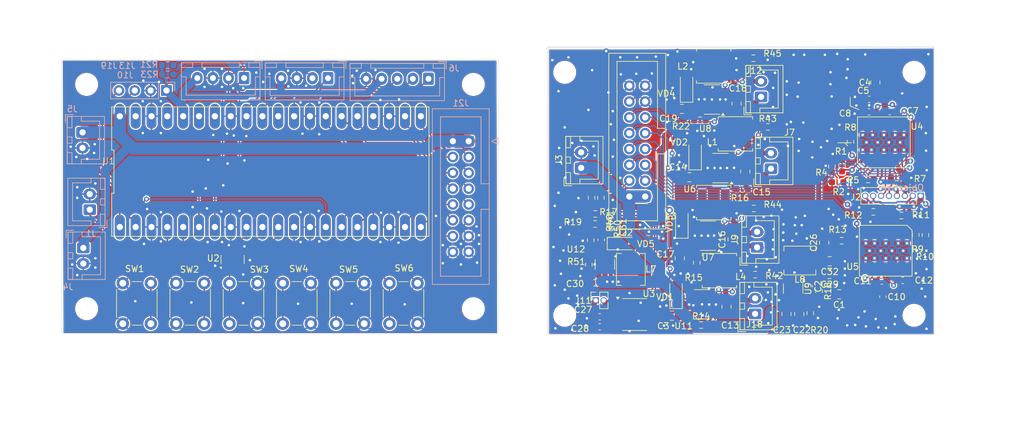
<source format=kicad_pcb>
(kicad_pcb (version 20240108) (generator "pcbnew") (generator_version "8.0")
  (layers (0 "F.Cu" signal) (31 "B.Cu" signal) (34 "B.Paste" user) (35 "F.Paste" user) (36 "B.SilkS" user "B.Silkscreen") (37 "F.SilkS" user "F.Silkscreen") (38 "B.Mask" user) (39 "F.Mask" user) (44 "Edge.Cuts" user))
  (net 0 "")
  (net 1 "Strobe Input")
  (net 2 "GND")
  (net 3 "AOUT2_2")
  (net 4 "AOUT1_2")
  (net 5 "AOUT2_1")
  (net 6 "AOUT1_1")
  (net 7 "BOUT1_1")
  (net 8 "BOUT2_1")
  (net 9 "BOUT2_2")
  (net 10 "BOUT1_2")
  (net 11 "VarX")
  (net 12 "VarY")
  (net 13 "SW")
  (net 14 "+3V3")
  (net 15 "MOTORS_nSLEEP")
  (net 16 "Net-(U4-VCP)")
  (net 17 "Net-(U4-CONFIG)")
  (net 18 "Net-(U5-VCP)")
  (net 19 "Net-(U5-CONFIG)")
  (net 20 "Net-(J7-Pin_1)")
  (net 21 "Net-(J18-Pin_1)")
  (net 22 "Net-(J9-Pin_1)")
  (net 23 "PWM_UV")
  (net 24 "RX")
  (net 25 "TX")
  (net 26 "PWM_RED")
  (net 27 "PWM_WHITE")
  (net 28 "STEP1")
  (net 29 "DIR1")
  (net 30 "Net-(U3-IA)")
  (net 31 "Net-(U3-IB)")
  (net 32 "Net-(J7-Pin_2)")
  (net 33 "DIR2")
  (net 34 "STEP2")
  (net 35 "Net-(J9-Pin_2)")
  (net 36 "Net-(J11-Pin_2)")
  (net 37 "Net-(J11-Pin_1)")
  (net 38 "+3.3VP")
  (net 39 "Net-(J12-Pin_2)")
  (net 40 "Net-(J18-Pin_2)")
  (net 41 "SDA")
  (net 42 "Net-(U4-BDECAY)")
  (net 43 "Net-(U4-ADECAY)")
  (net 44 "Net-(U4-AISEN)")
  (net 45 "SCL")
  (net 46 "Net-(U4-BISEN)")
  (net 47 "Net-(U5-BDECAY)")
  (net 48 "Net-(U5-ADECAY)")
  (net 49 "Net-(U5-AISEN)")
  (net 50 "Solenoid_DIR")
  (net 51 "Net-(U5-BISEN)")
  (net 52 "Solenoid_ON")
  (net 53 "K1")
  (net 54 "PWM_IR")
  (net 55 "Net-(U9-SW)")
  (net 56 "Net-(U4-AVREF)")
  (net 57 "Net-(U5-AVREF)")
  (net 58 "VPP")
  (net 59 "VBUS")
  (net 60 "Net-(U11-SW)")
  (net 61 "Net-(U12-SW)")
  (net 62 "Net-(U12-FB)")
  (net 64 "Net-(J12-Pin_1)")
  (net 65 "Net-(U6-SW)")
  (net 66 "Net-(U8-SW)")
  (net 67 "Net-(U7-SW)")
  (net 68 "Net-(U9-FB)")
  (net 69 "SW6")
  (net 70 "SW4")
  (net 71 "SW3")
  (net 72 "SW5")
  (net 73 "SW1")
  (net 74 "SW2")
  (net 75 "Net-(U4-nFAULT)")
  (net 76 "Net-(U5-nFAULT)")
  (footprint "Resistor_SMD:R_0603_1608Metric_Pad0.98x0.95mm_HandSolder" (layer "F.Cu") (at -20.734314 -35.820001 -90)
    (property "Reference" "R51")
    (property "Value" "10k")
  )
  (footprint "Capacitor_SMD:C_0805_2012Metric_Pad1.18x1.45mm_HandSolder" (layer "F.Cu") (at 16.995686 -39.35 90)
    (property "Reference" "C26")
    (property "Value" "22u")
  )
  (footprint "Capacitor_SMD:C_0603_1608Metric_Pad1.08x0.95mm_HandSolder" (layer "F.Cu") (at 29.5775 -33.3)
    (property "Reference" "C12")
    (property "Value" "2.2")
  )
  (footprint "Capacitor_SMD:C_0603_1608Metric_Pad1.08x0.95mm_HandSolder" (layer "F.Cu") (at -19.814314 -32.900001 180)
    (property "Reference" "C30")
    (property "Value" "22u")
  )
  (footprint "Diode_SMD:D_SOD-123" (layer "F.Cu") (at -15.424314 -39.200001)
    (property "Reference" "VD5")
    (property "Value" "CDBA3100-HF")
  )
  (footprint "Capacitor_SMD:C_0805_2012Metric_Pad1.18x1.45mm_HandSolder" (layer "F.Cu") (at 25.195686 -65.06 90)
    (property "Reference" "C4")
    (property "Value" "22u")
  )
  (footprint "MountingHole:MountingHole_3.2mm_M3" (layer "F.Cu") (at 31.395686 -66.69)
    (property "Reference" "REF**" (hide yes))
    (property "Value" "MountingHole_3.2mm_M3" (hide yes))
  )
  (footprint "MountingHole:MountingHole_3.2mm_M3" (layer "F.Cu") (at -101.25 -64.75)
    (property "Reference" "REF**" (hide yes))
    (property "Value" "MountingHole_3.2mm_M3" (hide yes))
  )
  (footprint "Inductor_SMD:L_APV_ANR5045" (layer "F.Cu") (at -0.73 -67.709999)
    (property "Reference" "L2")
    (property "Value" "47uH")
  )
  (footprint "Capacitor_SMD:C_0603_1608Metric_Pad1.08x0.95mm_HandSolder" (layer "F.Cu") (at 14.59 -32.33 -90)
    (property "Reference" "C2")
    (property "Value" "1n")
  )
  (footprint "Capacitor_SMD:C_0805_2012Metric_Pad1.18x1.45mm_HandSolder" (layer "F.Cu") (at -6.16 -36.85 90)
    (property "Reference" "C17")
    (property "Value" "22u")
  )
  (footprint "Capacitor_SMD:C_0805_2012Metric_Pad1.18x1.45mm_HandSolder" (layer "F.Cu") (at -7.41 -27.63)
    (property "Reference" "C3")
    (property "Value" "22u")
  )
  (footprint "Package_TO_SOT_SMD:SOT-23-6" (layer "F.Cu") (at -18.161814 -35.85 -90)
    (property "Reference" "U12")
    (property "Value" "MT3608")
  )
  (footprint "MountingHole:MountingHole_3.2mm_M3" (layer "F.Cu") (at -39.25 -28.75)
    (property "Reference" "REF**" (hide yes))
    (property "Value" "MountingHole_3.2mm_M3" (hide yes))
  )
  (footprint "Resistor_SMD:R_0603_1608Metric_Pad0.98x0.95mm_HandSolder" (layer "F.Cu") (at -3.44 -36.14 90)
    (property "Reference" "R15")
    (property "Value" "1")
  )
  (footprint "Resistor_SMD:R_0603_1608Metric_Pad0.98x0.95mm_HandSolder" (layer "F.Cu") (at 28.6025 -49.8 180)
    (property "Reference" "R7")
    (property "Value" "3.9")
  )
  (footprint "Resistor_SMD:R_0603_1608Metric_Pad0.98x0.95mm_HandSolder" (layer "F.Cu") (at 33.23 -40.57 90)
    (property "Reference" "R10")
    (property "Value" "470")
  )
  (footprint "Resistor_SMD:R_0603_1608Metric_Pad0.98x0.95mm_HandSolder" (layer "F.Cu") (at -20.444314 -39.75 -90)
    (property "Reference" "R50")
    (property "Value" "100k")
  )
  (footprint "Diode_SMD:D_SOD-123" (layer "F.Cu") (at -5.07 -64.2525 90)
    (property "Reference" "VD4")
    (property "Value" "CDBA3100-HF")
  )
  (footprint "Resistor_SMD:R_0603_1608Metric_Pad0.98x0.95mm_HandSolder" (layer "F.Cu") (at 5.935001 -34.219999)
    (property "Reference" "R42")
    (property "Value" "10k")
  )
  (footprint "Capacitor_SMD:C_0603_1608Metric_Pad1.08x0.95mm_HandSolder" (layer "F.Cu") (at -19.004314 -27.46 180)
    (property "Reference" "C27")
    (property "Value" "0.1")
  )
  (footprint "Connector_JST:JST_XH_B2B-XH-A_1x02_P2.50mm_Vertical" (layer "F.Cu") (at 6.235001 -38.59 90)
    (property "Reference" "J9")
    (property "Value" "Screw_Terminal_01x02")
  )
  (footprint "Diode_SMD:D_SOD-123" (layer "F.Cu") (at -6.76 -31.1325 90)
    (property "Reference" "VD1")
    (property "Value" "CDBA3100-HF")
  )
  (footprint "Inductor_SMD:L_Chilisin_BMRx00040412" (layer "F.Cu") (at -14.004314 -35.06 90)
    (property "Reference" "L7")
    (property "Value" "4u7")
  )
  (footprint "Capacitor_SMD:C_0603_1608Metric_Pad1.08x0.95mm_HandSolder" (layer "F.Cu") (at -18.754314 -39.79 -90)
    (property "Reference" "C31")
    (property "Value" "22u")
  )
  (footprint "MountingHole:MountingHole_3.2mm_M3" (layer "F.Cu") (at -24.604314 -27.69)
    (property "Reference" "REF**" (hide yes))
    (property "Value" "MountingHole_3.2mm_M3" (hide yes))
  )
  (footprint "Capacitor_SMD:C_0603_1608Metric_Pad1.08x0.95mm_HandSolder" (layer "F.Cu") (at 27.515 -60.4 180)
    (property "Reference" "C7")
    (property "Value" "0.01")
  )
  (footprint "Package_SO:SOIC-8_3.9x4.9mm_P1.27mm" (layer "F.Cu") (at -13.394314 -27.82)
    (property "Reference" "U3")
    (property "Value" "~")
  )
  (footprint "Capacitor_SMD:C_0805_2012Metric_Pad1.18x1.45mm_HandSolder" (layer "F.Cu") (at 17.87 -36.36 180)
    (property "Reference" "C32")
    (property "Value" "22u")
  )
  (footprint "Resistor_SMD:R_0603_1608Metric_Pad0.98x0.95mm_HandSolder" (layer "F.Cu") (at -20.304314 -46.56 -90)
    (property "Reference" "R19")
    (property "Value" "1k")
  )
  (footprint "Package_DFN_QFN:DFN-14_1.35x3.5mm_P0.5mm" (layer "F.Cu") (at -77.85 -36.65 90)
    (property "Reference" "U2")
    (property "Value" "SP3012-06UTG")
  )
  (footprint "Capacitor_SMD:C_0805_2012Metric_Pad1.18x1.45mm_HandSolder" (layer "F.Cu") (at -5.824999 -60.822499)
    (property "Reference" "C19")
    (property "Value" "22u")
  )
  (footprint "Package_TO_SOT_SMD:SOT-89-5" (layer "F.Cu") (at -2.59 -29.457501 180)
    (property "Reference" "U11")
    (property "Value" "~")
  )
  (footprint "Capacitor_SMD:C_0805_2012Metric_Pad1.18x1.45mm_HandSolder" (layer "F.Cu") (at 13 -27.89 -90)
    (property "Reference" "C22")
    (property "Value" "22u")
  )
  (footprint "Capacitor_SMD:C_0805_2012Metric_Pad1.18x1.45mm_HandSolder" (layer "F.Cu") (at 19.395686 -31.06 180)
    (property "Reference" "C1")
    (property "Value" "22u")
  )
  (footprint "Capacitor_SMD:C_0805_2012Metric_Pad1.18x1.45mm_HandSolder" (layer "F.Cu") (at 2.31 -39.86 90)
    (property "Reference" "C16")
    (property "Value" "22u")
  )
  (footprint "Resistor_SMD:R_0603_1608Metric_Pad0.98x0.95mm_HandSolder" (layer "F.Cu") (at 31.665 -40.6 90)
    (property "Reference" "R9")
    (property "Value" "470")
  )
  (footprint "Resistor_SMD:R_0603_1608Metric_Pad0.98x0.95mm_HandSolder" (layer "F.Cu") (at 19.85 -51.695092 -90)
    (property "Reference" "R1")
    (property "Value" "47k")
  )
  (footprint "Resistor_SMD:R_0603_1608Metric_Pad0.98x0.95mm_HandSolder" (layer "F.Cu") (at 18.23 -51.565092 -90)
    (property "Reference" "R4")
    (property "Value" "470")
  )
  (footprint "My_8_lib_pretty:RP2040-LCD-0.96" (layer "F.Cu") (at -71.8 -50.75 90)
    (property "Reference" "U1")
    (property "Value" "Raspberri_Pi_Pico")
  )
  (footprint "Resistor_SMD:R_0603_1608Metric_Pad0.98x0.95mm_HandSolder" (layer "F.Cu") (at 19.16 -49.065092)
    (property "Reference" "R2")
    (property "Value" "470")
  )
  (footprint "Capacitor_SMD:C_0603_1608Metric_Pad1.08x0.95mm_HandSolder" (layer "F.Cu") (at 24.215 -62.35)
    (property "Reference" "C5")
    (property "Value" "0.1")
  )
  (footprint "Connector_JST:JST_XH_B2B-XH-A_1x02_P2.50mm_Vertical" (layer "F.Cu") (at 6.875001 -62.75 90)
    (property "Reference" "J12")
    (property "Value" "Screw_Terminal_01x02")
  )
  (footprint "Connector_JST:JST_XH_B2B-XH-A_1x02_P2.50mm_Vertical" (layer "F.Cu") (at 8.455001 -51.22 90)
    (property "Reference" "J7")
    (property "Value" "Screw_Terminal_01x02")
  )
  (footprint "Resistor_SMD:R_0603_1608Metric_Pad0.98x0.95mm_HandSolder" (layer "F.Cu") (at 16.17 -31.58 -90)
    (property "Reference" "R18")
    (property "Value" "45k")
  )
  (footprint "Capacitor_SMD:C_0603_1608Metric_Pad1.08x0.95mm_HandSolder" (layer "F.Cu") (at 26.215 -33.2)
    (property "Reference" "C11")
    (property "Value" "0.01")
  )
  (footprint "Inductor_SMD:L_Chilisin_BMRx00040412" (layer "F.Cu") (at 13.09 -36.49 180)
    (property "Reference" "L8")
    (property "Value" "4u7")
  )
  (footprint "Resistor_SMD:R_0603_1608Metric_Pad0.98x0.95mm_HandSolder" (layer "F.Cu") (at 7.97 -57.93)
    (property "Reference" "R43")
    (property "Value" "10k")
  )
  (footprint "Resistor_SMD:R_0603_1608Metric_Pad0.98x0.95mm_HandSolder" (layer "F.Cu") (at 24.8775 -44.3)
    (property "Reference" "R12")
    (property "Value" "3.9")
  )
  (footprint "Resistor_SMD:R_0603_1608Metric_Pad0.98x0.95mm_HandSolder" (layer "F.Cu") (at -19.704314 -43.96)
    (property "Reference" "R41")
    (property "Value" "10k")
  )
  (footprint "Resistor_SMD:R_0603_1608Metric_Pad0.98x0.95mm_HandSolder" (layer "F.Cu") (at 3.865001 -47.979999)
    (property "Reference" "R16")
    (property "Value" "1")
  )
  (footprint "Capacitor_SMD:C_0603_1608Metric_Pad1.08x0.95mm_HandSolder" (layer "F.Cu") (at -19.004314 -25.86)
    (property "Reference" "C28")
    (property "Value" "0.1")
  )
  (footprint "Resistor_SMD:R_0603_1608Metric_Pad0.98x0.95mm_HandSolder" (layer "F.Cu") (at 21.21 -55.54 -90)
    (property "Reference" "R8")
    (property "Value" "10k")
  )
  (footprint "Connector_JST:JST_XH_B2B-XH-A_1x02_P2.50mm_Vertical" (layer "F.Cu") (at 5.92 -27.92 90)
    (property "Reference" "J18")
    (property "Value" "Screw_Terminal_01x02")
  )
  (footprint "Resistor_SMD:R_0603_1608Metric_Pad0.98x0.95mm_HandSolder" (layer "F.Cu") (at 14.77 -28.03 -90)
    (property "Reference" "R20")
    (property "Value" "10k")
  )
  (footprint "Resistor_SMD:R_0603_1608Metric_Pad0.98x0.95mm_HandSolder" (layer "F.Cu") (at 5.715001 -44.839999)
    (property "Reference" "R44")
    (property "Value" "10k")
  )
  (footprint "Resistor_SMD:R_0603_1608Metric_Pad0.98x0.95mm_HandSolder" (layer "F.Cu") (at 24.015 -49.5)
    (property "Reference" "R5")
    (property "Value" "3.9")
  )
  (footprint "MountingHole:MountingHole_3.2mm_M3" (layer "F.Cu") (at -39.25 -64.75)
    (property "Reference" "REF**" (hide yes))
    (property "Value" "MountingHole_3.2mm_M3" (hide yes))
  )
  (footprint "Package_TO_SOT_SMD:SOT-89-5" (layer "F.Cu") (at 0.375001 -51.317499 180)
    (property "Reference" "U6")
    (property "Value" "~")
  )
  (footprint "Button_Switch_THT:SW_PUSH_6mm" (layer "F.Cu") (at -78.35 -26.35 90)
    (property "Reference" "SW3")
    (property "Value" "SW_Push")
  )
  (footprint "Button_Switch_THT:SW_PUSH_6mm" (layer "F.Cu") (at -61.25 -26.35 90)
    (property "Reference" "SW5")
    (property "Value" "SW_Push")
  )
  (footprint "Capacitor_SMD:C_0603_1608Metric_Pad1.08x0.95mm_HandSolder" (layer "F.Cu") (at 26.395686 -30.66 -90)
    (property "Reference" "C10")
    (property "Value" "0.1")
  )
  (footprint "Connector_IDC:IDC-Header_2x08_P2.54mm_Vertical" (layer "F.Cu") (at -11.704314 -46.76 180)
    (property "Reference" "J22")
    (property "Value" "Conn_02x08_Odd_Even")
  )
  (footprint "Capacitor_SMD:C_0805_2012Metric_Pad1.18x1.45mm_HandSolder" (layer "F.Cu") (at -4.614999 -49.849999)
    (property "Reference" "C14")
    (property "Value" "22u")
  )
  (footprint "MountingHole:MountingHole_3.2mm_M3" (layer "F.Cu") (at -24.604314 -66.69)
    (property "Reference" "REF**" (hide yes))
    (property "Value" "MountingHole_3.2mm_M3" (hide yes))
  )
  (footprint "Resistor_SMD:R_0603_1608Metric_Pad0.98x0.95mm_HandSolder" (layer "F.Cu") (at -19.734314 -42.36)
    (property "Reference" "R40")
    (property "Value" "10k")
  )
  (footprint "Capacitor_SMD:C_0805_2012Metric_Pad1.18x1.45mm_HandSolder" (layer "F.Cu") (at 2.935001 -61.669999 90)
    (property "Reference" "C18")
    (property "Value" "22u")
  )
  (footprint "MountingHole:MountingHole_3.2mm_M3" (layer "F.Cu") (at 31.395686 -27.69)
    (property "Reference" "REF**" (hide yes))
    (property "Value" "MountingHole_3.2mm_M3" (hide yes))
  )
  (footprint "Capacitor_SMD:C_0805_2012Metric_Pad1.18x1.45mm_HandSolder" (layer "F.Cu") (at 10.94 -27.9 90)
    (property "Reference" "C23")
    (property "Value" "22u")
  )
  (footprint "Button_Switch_THT:SW_PUSH_6mm" (layer "F.Cu") (at -90.95 -32.85 -90)
    (property "Reference" "SW1")
    (property "Value" "SW_Push")
  )
  (footprint "Capacitor_SMD:C_0805_2012Metric_Pad1.18x1.45mm_HandSolder" (layer "F.Cu") (at 1.33 -29.06 90)
    (property "Reference" "C13")
    (property "Value" "22u")
  )
  (footprint "Inductor_SMD:L_APV_ANR5045" (layer "F.Cu") (at -0.704999 -45.779999)
    (property "Reference" "L3")
    (property "Value" "47uH")
  )
  (footprint "Package_TO_SOT_SMD:SOT-89-5" (layer "F.Cu") (at -1.004999 -62.329999 180)
    (property "Reference" "U8")
    (property "Value" "~")
  )
  (footprint "Resistor_SMD:R_0603_1608Metric_Pad0.98x0.95mm_HandSolder" (layer "F.Cu") (at 5.645001 -68.949999)
    (property "Reference" "R45")
    (property "Value" "10k")
  )
  (footprint "Connector_JST:JST_XH_B2B-XH-A_1x02_P2.50mm_Vertical" (layer "F.Cu") (at -21.975 -51.35 90)
    (property "Reference" "J3")
    (property "Value" "Screw_Terminal_01x02")
  )
  (footprint "MountingHole:MountingHole_3.2mm_M3" (layer "F.Cu") (at -101.25 -28.75)
    (property "Reference" "REF**" (hide yes))
    (property "Value" "MountingHole_3.2mm_M3" (hide yes))
  )
  (footprint "Resistor_SMD:R_0603_1608Metric_Pad0.98x0.95mm_HandSolder" (layer "F.Cu") (at 29.365 -43.7 180)
    (property "Reference" "R11")
    (property "Value" "3.9")
  )
  (footprint "Package_TO_SOT_SMD:SOT-23-5" (layer "F.Cu") (at 12.02 -31.97 -90)
    (property "Reference" "U9")
    (property "Value" "RY3430")
  )
  (footprint "Button_Switch_THT:SW_PUSH_6mm" (layer "F.Cu") (at -69.8 -26.35 90)
    (property "Reference" "SW4")
    (property "Value" "SW_Push")
  )
  (footprint "Diode_SMD:D_SOD-123" (layer "F.Cu") (at -3.704999 -53.389999 90)
    (property "Reference" "VD2")
    (property "Value" "CDBA3100-HF")
  )
  (footprint "Button_Switch_THT:SW_PUSH_6mm" (layer "F.Cu") (at -52.7 -26.35 90)
    (property "Reference" "SW6")
    (property "Value" "SW_Push")
  )
  (footprint "Vedro:DRV8834PWP" (layer "F.Cu") (at 26.565 -55.45)
    (property "Reference" "U4")
    (property "Value" "DRV8834PWP" (hide yes))
  )
  (footprint "Capacitor_SMD:C_0805_2012Metric_Pad1.18x1.45mm_HandSolder" (layer "F.Cu") (at 4.345001 -50.749999 90)
    (property "Reference" "C15")
    (property "Value" "22u")
  )
  (footprint "Resistor_SMD:R_0603_1608Metric_Pad0.98x0.95mm_HandSolder" (layer "F.Cu") (at 19.795686 -39.66)
    (property "Reference" "R13")
    (property "Value" "10 k")
  )
  (footprint "Resistor_SMD:R_0603_1608Metric_Pad0.98x0.95mm_HandSolder" (layer "F.Cu") (at -2.92 -58.99)
    (property "Reference" "R22")
    (property "Value" "1")
  )
  (footprint "Inductor_SMD:L_APV_ANR5045" (layer "F.Cu") (at 2.765001 -56.809999)
    (property "Reference" "L1")
    (property "Value" "47uH")
  )
  (footprint "Vedro:DRV8834PWP" (layer "F.Cu") (at 26.865 -38.05 180)
    (property "Reference" "U5")
    (property "Value" "DRV8834PWP" (hide yes))
  )
  (footprint "Package_TO_SOT_SMD:SOT-89-5" (layer "F.Cu") (at -1.62 -40.4675 180)
    (property "Reference" "U7")
    (property "Value" "~")
  )
  (footprint "Resistor_SMD:R_0603_1608Metric_Pad0.98x0.95mm_HandSolder" (layer "F.Cu") (at -2.73 -26.13)
    (property "Reference" "R14")
    (property "Value" "1")
  )
  (footprint "Capacitor_SMD:C_0603_1608Metric_Pad1.08x0.95mm_HandSolder" (layer "F.Cu") (at 24.165 -60.35 180)
    (property "Reference" "C8")
    (property "Value" "2.2")
  )
  (footprint "Button_Switch_THT:SW_PUSH_6mm" (layer "F.Cu") (at -82.4 -32.85 -90)
    (property "Reference" "SW2")
    (property "Value" "SW_Push")
  )
  (footprint "Inductor_SMD:L_APV_ANR5045" (layer "F.Cu") (at 0.2 -34.86)
    (property "Reference" "L4")
    (property "Value" "47uH")
  )
  (footprint "Capacitor_SMD:C_0805_2012Metric_Pad1.18x1.45mm_HandSolder" (layer "F.Cu") (at 17.86 -34.32 180)
    (property "Reference" "C29")
    (property "Value" "22u")
  )
  (footprint "Connector_PinSocket_1.27mm:PinSocket_1x02_P1.27mm_Vertical" (layer "F.Cu") (at -19.629314 -30.085 90)
    (property "Reference" "J11")
    (property "Value" "Screw_Terminal_01x02" (hide yes))
  )
  (footprint "Resistor_SMD:R_0603_1608Metric_Pad0.98x0.95mm_HandSolder" (layer "F.Cu") (at -18.804314 -46.56 -90)
    (property "Reference" "R17")
    (property "Value" "1k")
  )
  (footprint "Diode_SMD:D_SOD-123" (layer "F.Cu") (at -5.82 -42.4225 90)
    (property "Reference" "VD3")
    (property "Value" "CDBA3100-HF")
  )
  (footprint "Connector_PinSocket_1.27mm:PinSocket_1x08_P1.27mm_Vertical" (layer "F.Cu") (at 32.46 -46.87 -90)
    (property "Reference" "J2")
    (property "Value" "Objective")
  )
  (footprint "Connector_JST:JST_XH_B2B-XH-A_1x02_P2.50mm_Vertical" (layer "B.Cu") (at -100.75 -44.65 90)
    (property "Reference" "J1")
    (property "Value" "Screw_Terminal_01x02")
  )
  (footprint "Connector_JST:JST_XH_B4B-XH-A_1x04_P2.50mm_Vertical" (layer "B.Cu") (at -76 -65.775 180)
    (property "Reference" "J19")
    (property "Value" "I2C")
  )
  (footprint "Resistor_SMD:R_0603_1608Metric_Pad0.98x0.95mm_HandSolder" (layer "B.Cu") (at -88.25 -66.35)
    (property "Reference" "R23")
    (property "Value" "4k7")
  )
  (footprint "Resistor_SMD:R_0603_1608Metric_Pad0.98x0.95mm_HandSolder" (layer "B.Cu") (at -88.25 -67.85)
    (property "Reference" "R21")
    (property "Value" "4k7")
  )
  (footprint "Connector_JST:JST_XH_B2B-XH-A_1x02_P2.50mm_Vertical" (layer "B.Cu") (at -101.775 -38.5 -90)
    (property "Reference" "J4")
    (property "Value" "Screw_Terminal_01x02")
  )
  (footprint "Connector_JST:JST_XH_B4B-XH-A_1x04_P2.50mm_Vertical" (layer "B.Cu") (at -62.55 -65.75 180)
    (property "Reference" "J13")
    (property "Value" "I2C")
  )
  (footprint "Connector_JST:JST_XH_B2B-XH-A_1x02_P2.50mm_Vertical" (layer "B.Cu") (at -101.9 -57.05 -90)
    (property "Reference" "J5")
    (property "Value" "Screw_Terminal_01x02")
  )
  (footprint "Connector_PinSocket_2.54mm:PinSocket_1x04_P2.54mm_Vertical" (layer "B.Cu") (at -88.45 -63.775 90)
    (property "Reference" "J10")
    (property "Value" "I2C")
  )
  (footprint "Connector_IDC:IDC-Header_2x08_P2.54mm_Vertical" (layer "B.Cu") (at -39.9975 -55.64 180)
    (property "Reference" "J21")
    (property "Value" "Conn_02x08_Odd_Even")
  )
  (footprint "Connector_JST:JST_XH_B5B-XH-A_1x05_P2.50mm_Vertical" (layer "B.Cu") (at -46.45 -65.65 180)
    (property "Reference" "J6")
    (property "Value" "Joystick")
  )
  (gr_line (start 21.165 -62.7) (end 21.165 -61.3) (stroke (width 0.12)) (layer "F.SilkS"))
  (gr_line (start 21.375 -55.39) (end 19.175 -55.39) (stroke (width 0.12)) (layer "F.SilkS"))
  (gr_line (start 20.765 -54.9) (end 20.365 -55.3) (stroke (width 0.12)) (layer "F.SilkS"))
  (gr_line (start 21.165 -61.3) (end 22.565 -60.7) (stroke (width 0.12)) (layer "F.SilkS"))
  (gr_rect (start -27.27 -70.74) (end 34.63 -24.64) (stroke (width 0.1)) (fill none) (layer "Edge.Cuts"))
  (gr_rect (start -105.25 -68.75) (end -35.25 -24.75) (stroke (width 0.05)) (fill none) (layer "Edge.Cuts"))
  (segment (start -100.75 -43.8) (end -96.51 -39.56) (width 0.2) (layer "F.Cu") (net 1))
  (segment (start -100.75 -44.65) (end -100.75 -43.8) (width 0.2) (layer "F.Cu") (net 1))
  (segment (start -92.25 -45.75) (end -91.65 -46.35) (width 0.2) (layer "F.Cu") (net 1))
  (segment (start -96.51 -39.56) (end -92.84 -39.56) (width 0.2) (layer "F.Cu") (net 1))
  (segment (start -92.25 -40.15) (end -92.25 -45.75) (width 0.2) (layer "F.Cu") (net 1))
  (segment (start -92.84 -39.56) (end -92.25 -40.15) (width 0.2) (layer "F.Cu") (net 1))
  (via (at -91.65 -46.35) (size 0.8) (drill 0.4) (layers "F.Cu" "B.Cu") (net 1))
  (segment (start -62.91 -45.51) (end -62.91 -41.86) (width 0.2) (layer "B.Cu") (net 1))
  (segment (start -63.75 -46.35) (end -62.91 -45.51) (width 0.2) (layer "B.Cu") (net 1))
  (segment (start -91.65 -46.35) (end -63.75 -46.35) (width 0.2) (layer "B.Cu") (net 1))
  (segment (start 23.94 -35.25) (end 23.94 -37.125) (width 0.2) (layer "F.Cu") (net 2))
  (segment (start 23.94 -37.125) (end 23.665 -36.85) (width 0.2) (layer "F.Cu") (net 2))
  (segment (start -77.35 -36.025) (end -77.35 -37.275) (width 0.2) (layer "F.Cu") (net 2))
  (segment (start 30.14 -57.025) (end 29.765 -56.65) (width 0.2) (layer "F.Cu") (net 2))
  (segment (start 24.865 -38.05) (end 26.865 -38.05) (width 0.2) (layer "F.Cu") (net 2))
  (segment (start 24.94 -57.075) (end 26.565 -55.45) (width 0.3) (layer "F.Cu") (net 2))
  (segment (start -77.35 -37.762046) (end -76.362046 -38.75) (width 0.2) (layer "F.Cu") (net 2))
  (segment (start 23.29 -36.475) (end 24.865 -38.05) (width 0.2) (layer "F.Cu") (net 2))
  (segment (start -76.362046 -38.75) (end -75.95 -38.75) (width 0.2) (layer "F.Cu") (net 2))
  (segment (start 29.49 -58.25) (end 30.14 -58.25) (width 0.2) (layer "F.Cu") (net 2))
  (segment (start 30.14 -58.25) (end 30.14 -57.025) (width 0.2) (layer "F.Cu") (net 2))
  (segment (start 32.557579 -31.897579) (end 32.63 -31.97) (width 0.2) (layer "F.Cu") (net 2))
  (segment (start 28.49 -35.25) (end 28.49 -36.875) (width 0.3) (layer "F.Cu") (net 2))
  (segment (start 29.49 -56.375) (end 29.765 -56.65) (width 0.2) (layer "F.Cu") (net 2))
  (segment (start 28.49 -36.875) (end 28.665 -37.05) (width 0.3) (layer "F.Cu") (net 2))
  (segment (start 29.49 -58.25) (end 29.49 -56.375) (width 0.2) (layer "F.Cu") (net 2))
  (segment (start -77.35 -35.45) (end -77.35 -36.025) (width 0.2) (layer "F.Cu") (net 2))
  (segment (start -77.35 -37.275) (end -77.35 -37.762046) (width 0.2) (layer "F.Cu") (net 2))
  (segment (start 28.84 -51.759314) (end 28.84 -52.65) (width 0.2) (layer "F.Cu") (net 2))
  (segment (start 23.29 -35.25) (end 23.29 -36.475) (width 0.2) (layer "F.Cu") (net 2))
  (segment (start 24.94 -58.25) (end 24.94 -57.075) (width 0.3) (layer "F.Cu") (net 2))
  (segment (start -76.15 -34.25) (end -77.35 -35.45) (width 0.2) (layer "F.Cu") (net 2))
  (via (at 32.63 -31.97) (size 0.9) (drill 0.4) (layers "F.Cu" "B.Cu") (net 2))
  (via (at -16.904314 -53.16) (size 0.9) (drill 0.4) (layers "F.Cu" "B.Cu") (net 2))
  (via (at -91.55 -44.75) (size 0.8) (drill 0.4) (layers "F.Cu" "B.Cu") (net 2))
  (via (at -25.204314 -34.36) (size 0.9) (drill 0.4) (layers "F.Cu" "B.Cu") (net 2))
  (via (at -3.74 -40.47) (size 0.9) (drill 0.4) (layers "F.Cu" "B.Cu") (net 2))
  (via (at -82.15 -48.05) (size 0.8) (drill 0.4) (layers "F.Cu" "B.Cu") (net 2))
  (via (at 15.12 -55.55) (size 0.9) (drill 0.4) (layers "F.Cu" "B.Cu") (net 2))
  (via (at -99.85 -35.35) (size 0.8) (drill 0.4) (layers "F.Cu" "B.Cu") (net 2))
  (via (at 20.745 -67.184908) (size 0.9) (drill 0.4) (layers "F.Cu" "B.Cu") (net 2))
  (via (at -68.9 -64.45) (size 0.8) (drill 0.4) (layers "F.Cu" "B.Cu") (net 2))
  (via (at -66.95 -61.85) (size 0.8) (drill 0.4) (layers "F.Cu" "B.Cu") (net 2))
  (via (at -63.95 -56.75) (size 0.8) (drill 0.4) (layers "F.Cu" "B.Cu") (net 2))
  (via (at -84.25 -45.05) (size 0.8) (drill 0.4) (layers "F.Cu" "B.Cu") (net 2))
  (via (at -81.75 -52.65) (size 0.8) (drill 0.4) (layers "F.Cu" "B.Cu") (net 2))
  (via (at 30.95 -49.76) (size 0.9) (drill 0.4) (layers "F.Cu" "B.Cu") (net 2))
  (via (at 14.21 -40.03) (size 0.9) (drill 0.4) (layers "F.Cu" "B.Cu") (net 2))
  (via (at -82.35 -67.25) (size 0.8) (drill 0.4) (layers "F.Cu" "B.Cu") (net 2))
  (via (at -6.29 -51.27) (size 0.9) (drill 0.4) (layers "F.Cu" "B.Cu") (net 2))
  (via (at -79.55 -67.25) (size 0.8) (drill 0.4) (layers "F.Cu" "B.Cu") (net 2))
  (via (at 21.87 -60.05) (size 0.9) (drill 0.4) (layers "F.Cu" "B.Cu") (net 2))
  (via (at -24.8 -38.1) (size 0.9) (drill 0.4) (layers "F.Cu" "B.Cu") (net 2))
  (via (at -80.65 -35.65) (size 0.8) (drill 0.4) (layers "F.Cu" "B.Cu") (net 2))
  (via (at -20 -54.8) (size 0.9) (drill 0.4) (layers "F.Cu" "B.Cu") (net 2))
  (via (at 9.11 -66.62) (size 0.9) (drill 0.4) (layers "F.Cu" "B.Cu") (net 2))
  (via (at -16.704314 -55.86) (size 0.9) (drill 0.4) (layers "F.Cu" "B.Cu") (net 2))
  (via (at 25.69 -25.75) (size 0.9) (drill 0.4) (layers "F.Cu" "B.Cu") (net 2))
  (via (at -44.15 -38.95) (size 0.8) (drill 0.4) (layers "F.Cu" "B.Cu") (net 2))
  (via (at -77.65 -56.55) (size 0.8) (drill 0.4) (layers "F.Cu" "B.Cu") (net 2))
  (via (at 21.97 -26.15) (size 0.9) (drill 0.4) (layers "F.Cu" "B.Cu") (net 2))
  (via (at -89.35 -62.05) (size 0.8) (drill 0.4) (layers "F.Cu" "B.Cu") (net 2))
  (via (at 12.23 -34.56) (size 0.9) (drill 0.4) (layers "F.Cu" "B.Cu") (net 2))
  (via (at -89.35 -56.95) (size 0.8) (drill 0.4) (layers "F.Cu" "B.Cu") (net 2))
  (via (at 20.31 -36.36) (size 0.9) (drill 0.4) (layers "F.Cu" "B.Cu") (net 2))
  (via (at -4.28 -32.98) (size 0.9) (drill 0.4) (layers "F.Cu" "B.Cu") (net 2))
  (via (at 9.19 -31.05) (size 0.9) (drill 0.4) (layers "F.Cu" "B.Cu") (net 2))
  (via (at -54.05 -44.15) (size 0.8) (drill 0.4) (layers "F.Cu" "B.Cu") (net 2))
  (via (at 31.565 -43.65) (size 0.9) (drill 0.4) (layers "F.Cu" "B.Cu") (net 2))
  (via (at -75.078759 -36.544835) (size 0.8) (drill 0.4) (layers "F.Cu" "B.Cu") (net 2))
  (via (at -89.65 -65.15) (size 0.8) (drill 0.4) (layers "F.Cu" "B.Cu") (net 2))
  (via (at -14.204314 -25.16) (size 0.9) (drill 0.4) (layers "F.Cu" "B.Cu") (net 2))
  (via (at -44.15 -36.05) (size 0.8) (drill 0.4) (layers "F.Cu" "B.Cu") (net 2))
  (via (at 23.57 -69.555092) (size 0.9) (drill 0.4) (layers "F.Cu" "B.Cu") (net 2))
  (via (at -26.204314 -45.26) (size 0.9) (drill 0.4) (layers "F.Cu" "B.Cu") (net 2))
  (via (at -76.15 -29.65) (size 0.8) (drill 0.4) (layers "F.Cu" "B.Cu") (net 2))
  (via (at -75.65 -56.45) (size 0.8) (drill 0.4) (layers "F.Cu" "B.Cu") (net 2))
  (via (at -92.25 -62.05) (size 0.8) (drill 0.4) (layers "F.Cu" "B.Cu") (net 2))
  (via (at 7.79 -36.69) (size 0.9) (drill 0.4) (layers "F.Cu" "B.Cu") (net 2))
  (via (at 6.07 -42.91) (size 0.9) (drill 0.4) (layers "F.Cu" "B.Cu") (net 2))
  (via (at -58.65 -66.15) (size 0.8) (drill 0.4) (layers "F.Cu" "B.Cu") (net 2))
  (via (at 19.32383 -43.096574) (size 0.9) (drill 0.4) (layers "F.Cu" "B.Cu") (net 2))
  (via (at -54.95 -67.05) (size 0.8) (drill 0.4) (layers "F.Cu" "B.Cu") (net 2))
  (via (at -51.15 -62.35) (size 0.8) (drill 0.4) (layers "F.Cu" "B.Cu") (net 2))
  (via (at -4.98 -56.91) (size 0.9) (drill 0.4) (layers "F.Cu" "B.Cu") (net 2))
  (via (at 17.23 -51.69) (size 0.9) (drill 0.4) (layers "F.Cu" "B.Cu") (net 2))
  (via (at 18.367107 -53.582893) (size 0.8) (drill 0.4) (layers "F.Cu" "B.Cu") (net 2))
  (via (at -26.1 -25.6) (size 0.9) (drill 0.4) (layers "F.Cu" "B.Cu") (net 2))
  (via (at -10.64 -66.5) (size 0.9) (drill 0.4) (layers "F.Cu" "B.Cu") (net 2))
  (via (at -1.62 -40.4675) (size 0.9) (drill 0.4) (layers "F.Cu" "B.Cu") (net 2))
  (via (at -8.68 -26.05) (size 0.9) (drill 0.4) (layers "F.Cu" "B.Cu") (net 2))
  (via (at 16.195686 -29.06) (size 0.9) (drill 0.4) (layers "F.Cu" "B.Cu") (net 2))
  (via (at 4.67 -37.2) (size 0.9) (drill 0.4) (layers "F.Cu" "B.Cu") (net 2))
  (via (at 22.15 -61.37) (size 0.9) (drill 0.4) (layers "F.Cu" "B.Cu") (net 2))
  (via (at 12.745 -62.784908) (size 0.9) (drill 0.4) (layers "F.Cu" "B.Cu") (net 2))
  (via (at -72.95 -65.15) (size 0.8) (drill 0.4) (layers "F.Cu" "B.Cu") (net 2))
  (via (at -7.03 -34.18) (size 0.9) (drill 0.4) (layers "F.Cu" "B.Cu") (net 2))
  (via (at -25.604314 -47.36) (size 0.9) (drill 0.4) (layers "F.Cu" "B.Cu") (net 2))
  (via (at -15.7 -69.1) (size 0.9) (drill 0.4) (layers "F.Cu" "B.Cu") (net 2))
  (via (at -16.904314 -60.46) (size 0.9) (drill 0.4) (layers "F.Cu" "B.Cu") (net 2))
  (via (at -16.104314 -38.26) (size 0.8) (drill 0.4) (layers "F.Cu" "B.Cu") (net 2))
  (via (at -63.95 -39.55) (size 0.8) (drill 0.4) (layers "F.Cu" "B.Cu") (net 2))
  (via (at 0.375001 -51.317499) (size 0.9) (drill 0.4) (layers "F.Cu" "B.Cu") (net 2))
  (via (at 20.195686 -32.86) (size 0.9) (drill 0.4) (layers "F.Cu" "B.Cu") (net 2))
  (via (at 23.32 -48.11) (size 0.9) (drill 0.4) (layers "F.Cu" "B.Cu") (net 2))
  (via (at -4.33 -67.19) (size 0.9) (drill 0.4) (layers "F.Cu" "B.Cu") (net 2))
  (via (at -6.02 -34.4) (size 0.9) (drill 0.4) (layers "F.Cu" "B.Cu") (net 2))
  (via (at 20.84 -47.16) (size 0.9) (drill 0.4) (layers "F.Cu" "B.Cu") (net 2))
  (via (at -19.804314 -35.86) (size 0.8) (drill 0.4) (layers "F.Cu" "B.Cu") (net 2))
  (via (at -3.98 -29.29) (size 0.9) (drill 0.4) (layers "F.Cu" "B.Cu") (net 2))
  (via (at -102.75 -46.55) (size 0.8) (drill 0.4) (layers "F.Cu" "B.Cu") (net 2))
  (via (at -22.4 -46.5) (size 0.9) (drill 0.4) (layers "F.Cu" "B.Cu") (net 2))
  (via (at -22.804314 -44.26) (size 0.9) (drill 0.4) (layers "F.Cu" "B.Cu") (net 2))
  (via (at 17.7 -44.76) (size 0.9) (drill 0.4) (layers "F.Cu" "B.Cu") (net 2))
  (via (at -1.62 -40.4675) (size 0.9) (drill 0.4) (layers "F.Cu" "B.Cu") (net 2))
  (via (at 7.72 -32.67) (size 0.9) (drill 0.4) (layers "F.Cu" "B.Cu") (net 2))
  (via (at -102.75 -34.15) (size 0.8) (drill 0.4) (layers "F.Cu" "B.Cu") (net 2))
  (via (at 2.94 -67.05) (size 0.9) (drill 0.4) (layers "F.Cu" "B.Cu") (net 2))
  (via (at -12.754314 -26.81) (size 0.9) (drill 0.4) (layers "F.Cu" "B.Cu") (net 2))
  (via (at -99.95 -55.15) (size 0.8) (drill 0.4) (layers "F.Cu" "B.Cu") (net 2))
  (via (at 12.28 -42.15) (size 0.9) (drill 0.4) (layers "F.Cu" "B.Cu") (net 2))
  (via (at -21.054314 -27.208959) (size 0.9) (drill 0.4) (layers "F.Cu" "B.Cu") (net 2))
  (via (at 18.19 -57.62) (size 0.9) (drill 0.4) (layers "F.Cu" "B.Cu") (net 2))
  (via (at -75.95 -52.55) (size 0.8) (drill 0.4) (layers "F.Cu" "B.Cu") (net 2))
  (via (at 13.65 -58.63) (size 0.9) (drill 0.4) (layers "F.Cu" "B.Cu") (net 2))
  (via (at -17.95 -70.09) (size 0.9) (drill 0.4) (layers "F.Cu" "B.Cu") (net 2))
  (via (at 19.35 -28.58) (size 0.9) (drill 0.4) (layers "F.Cu" "B.Cu") (net 2))
  (via (at -7.03 -62.55) (size 0.9) (drill 0.4) (layers "F.Cu" "B.Cu") (net 2))
  (via (at 8.79 -61.139999) (size 0.9) (drill 0.4) (layers "F.Cu" "B.Cu") (net 2))
  (via (at 20.68 -26.08) (size 0.9) (drill 0.4) (layers "F.Cu" "B.Cu") (net 2))
  (via (at -100.05 -53.75) (size 0.8) (drill 0.4) (layers "F.Cu" "B.Cu") (net 2))
  (via (at -12.424314 -29.72) (size 0.9) (drill 0.4) (layers "F.Cu" "B.Cu") (net 2))
  (via (at -81.85 -39.45) (size 0.8) (drill 0.4) (layers "F.Cu" "B.Cu") (net 2))
  (via (at 12.895 -54.084908) (size 0.9) (drill 0.4) (layers "F.Cu" "B.Cu") (net 2))
  (via (at -24 -69.1) (size 0.9) (drill 0.4) (layers "F.Cu" "B.Cu") (net 2))
  (via (at -102.75 -48.25) (size 0.8) (drill 0.4) (layers "F.Cu" "B.Cu") (net 2))
  (via (at -3.35 -57.31) (size 0.9) (drill 0.4) (layers "F.Cu" "B.Cu") (net 2))
  (via (at -64.05 -44.45) (size 0.8) (drill 0.4) (layers "F.Cu" "B.Cu") (net 2))
  (via (at 2.89 -68.92) (size 0.9) (drill 0.4) (layers "F.Cu" "B.Cu") (net 2))
  (via (at 9.24 -37.01) (size 0.9) (drill 0.4) (layers "F.Cu" "B.Cu") (net 2))
  (via (at 13.8 -69.5) (size 0.9) (drill 0.4) (layers "F.Cu" "B.Cu") (net 2))
  (via (at -2.66 -40.48) (size 0.9) (drill 0.4) (layers "F.Cu" "B.Cu") (net 2))
  (via (at -3.11 -62.35) (size 0.9) (drill 0.4) (layers "F.Cu" "B.Cu") (net 2))
  (via (at 28.29 -26.28) (size 0.9) (drill 0.4) (layers "F.Cu" "B.Cu") (net 2))
  (via (at -25.35 -36.45) (size 0.9) (drill 0.4) (layers "F.Cu" "B.Cu") (net 2))
  (via (at 8.81 -64.19) (size 0.9) (drill 0.4) (layers "F.Cu" "B.Cu") (net 2))
  (via (at 3.64 -34.85) (size 0.9) (drill 0.4) (layers "F.Cu" "B.Cu") (net 2))
  (via (at 11.645 -58.734908) (size 0.9) (drill 0.4) (layers "F.Cu" "B.Cu") (net 2))
  (via (at -6.53 -70.03) (size 0.9) (drill 0.4) (layers "F.Cu" "B.Cu") (net 2))
  (via (at -24.6 -31.8) (size 0.9) (drill 0.4) (layers "F.Cu" "B.Cu") (net 2))
  (via (at -21.204314 -26.06) (size 0.9) (drill 0.4) (layers "F.Cu" "B.Cu") (net 2))
  (via (at -5.18 -51.71) (size 0.9) (drill 0.4) (layers "F.Cu" "B.Cu") (net 2))
  (via (at -51.25 -44.25) (size 0.8) (drill 0.4) (layers "F.Cu" "B.Cu") (net 2))
  (via (at 20.41 -42.09) (size 0.9) (drill 0.4) (layers "F.Cu" "B.Cu") (net 2))
  (via (at 33.195686 -37.06) (size 0.9) (drill 0.4) (layers "F.Cu" "B.Cu") (net 2))
  (via (at -24.5 -49.8) (size 0.9) (drill 0.4) (layers "F.Cu" "B.Cu") (net 2))
  (via (at 10.43 -40.98) (size 0.9) (drill 0.4) (layers "F.Cu" "B.Cu") (net 2))
  (via (at 8.88 -41.5) (size 0.9) (drill 0.4) (layers "F.Cu" "B.Cu") (net 2))
  (via (at -9.3 -29.1) (size 0.9) (drill 0.4) (layers "F.Cu" "B.Cu") (net 2))
  (via (at -17.604314 -63.46) (size 0.9) (drill 0.4) (layers "F.Cu" "B.Cu") (net 2))
  (via (at 22.25 -40.32) (size 0.9) (drill 0.4) (layers "F.Cu" "B.Cu") (net 2))
  (via (at -2.59 -29.457501) (size 0.9) (drill 0.4) (layers "F.Cu" "B.Cu") (net 2))
  (via (at 12.1 -69.5) (size 0.9) (drill 0.4) (layers "F.Cu" "B.Cu") (net 2))
  (via (at 8.558286 -29.858197) (size 0.9) (drill 0.4) (layers "F.Cu" "B.Cu") (net 2))
  (via (at 33.42 -61.15) (size 0.9) (drill 0.4) (layers "F.Cu" "B.Cu") (net 2))
  (via (at 2.55 -51.37) (size 0.9) (drill 0.4) (layers "F.Cu" "B.Cu") (net 2))
  (via (at 12.53 -40.79) (size 0.9) (drill 0.4) (layers "F.Cu" "B.Cu") (net 2))
  (via (at -7.3 -64.2) (size 0.9) (drill 0.4) (layers "F.Cu" "B.Cu") (net 2))
  (via (at 24.215 -61.4) (size 0.9) (drill 0.4) (layers "F.Cu" "B.Cu") (net 2))
  (via (at 33.42 -50.98) (size 0.9) (drill 0.4) (layers "F.Cu" "B.Cu") (net 2))
  (via (at -1.62 -40.4675) (size 0.9) (drill 0.4) (layers "F.Cu" "B.Cu") (net 2))
  (via (at -93.45 -29.95) (size 0.8) (drill 0.4) (layers "F.Cu" "B.Cu") (net 2))
  (via (at 12.895 -65.034908) (size 0.9) (drill 0.4) (layers "F.Cu" "B.Cu") (net 2))
  (via (at -103.8 -54.75) (size 0.8) (drill 0.4) (layers "F.Cu" "B.Cu") (net 2))
  (via (at -6.6 -39.2) (size 0.9) (drill 0.4) (layers "F.Cu" "B.Cu") (net 2))
  (via (at -24 -30.4) (size 0.9) (drill 0.4) (layers "F.Cu" "B.Cu") (net 2))
  (via (at -0.91 -64.28) (size 0.9) (drill 0.4) (layers "F.Cu" "B.Cu") (net 2))
  (via (at -20.2 -67.04) (size 0.9) (drill 0.4) (layers "F.Cu" "B.Cu") (net 2))
  (via (at -25.604314 -63.66) (size 0.9) (drill 0.4) (layers "F.Cu" "B.Cu") (net 2))
  (via (at 22.49 -27.36) (size 0.9) (drill 0.4) (layers "F.Cu" "B.Cu") (net 2))
  (via (at -8.27 -62.32) (size 0.9) (drill 0.4) (layers "F.Cu" "B.Cu") (net 2))
  (via (at -21.9 -55.7) (size 0.9) (drill 0.4) (layers "F.Cu" "B.Cu") (net 2))
  (via (at -22.604314 -30.86) (size 0.9) (drill 0.4) (layers "F.Cu" "B.Cu") (net 2))
  (via (at -63.95 -61.85) (size 0.8) (drill 0.4) (layers "F.Cu" "B.Cu") (net 2))
  (via (at -22.104314 -33.990001) (size 0.9) (drill 0.4) (layers "F.Cu" "B.Cu") (net 2))
  (via (at -15.604314 -66.36) (size 0.9) (drill 0.4) (layers "F.Cu" "B.Cu") (net 2))
  (via (at -78.75 -56.85) (size 0.8) (drill 0.4) (layers "F.Cu" "B.Cu") (net 2))
  (via (at -1.3 -54.9) (size 0.9) (drill 0.4) (layers "F.Cu" "B.Cu") (net 2))
  (via (at -38.65 -36.15) (size 0.8) (drill 0.4) (layers "F.Cu" "B.Cu") (net 2))
  (via (at -26.404314 -38.66) (size 0.9) (drill 0.4) (layers "F.Cu" "B.Cu") (net 2))
  (via (at -102.9 -53.1) (size 0.8) (drill 0.4) (layers "F.Cu" "B.Cu") (net 2))
  (via (at -92.15 -65.35) (size 0.8) (drill 0.4) (layers "F.Cu" "B.Cu") (net 2))
  (via (at -25.5 -54.55) (size 0.9) (drill 0.4) (layers "F.Cu" "B.Cu") (net 2))
  (via (at -74.05 -66.65) (size 0.8) (drill 0.4) (layers "F.Cu" "B.Cu") (net 2))
  (via (at -6.2 -52.29) (size 0.9) (drill 0.4) (layers "F.Cu" "B.Cu") (net 2))
  (via (at -51.25 -39.35) (size 0.8) (drill 0.4) (layers "F.Cu" "B.Cu") (net 2))
  (via (at 22.46 -47.945092) (size 0.9) (drill 0.4) (layers "F.Cu" "B.Cu") (net 2))
  (via (at 25.25 -27.11) (size 0.9) (drill 0.4) (layers "F.Cu" "B.Cu") (net 2))
  (via (at -8.2 -58.7) (size 0.9) (drill 0.4) (layers "F.Cu" "B.Cu") (net 2))
  (via (at -0.62 -57.35) (size 0.9) (drill 0.4) (layers "F.Cu" "B.Cu") (net 2))
  (via (at 20.559265 -65.788551) (size 0.9) (drill 0.4) (layers "F.Cu" "B.Cu") (net 2))
  (via (at -68.95 -66.95) (size 0.8) (drill 0.4) (layers "F.Cu" "B.Cu") (net 2))
  (via (at 33.37 -38.06) (size 0.9) (drill 0.4) (layers "F.Cu" "B.Cu") (net 2))
  (via (at 11.895686 -39.66) (size 0.9) (drill 0.4) (layers "F.Cu" "B.Cu") (net 2))
  (via (at 33.29 -56.93) (size 0.9) (drill 0.4) (layers "F.Cu" "B.Cu") (net 2))
  (via (at -4.649644 -29.418072) (size 0.9) (drill 0.4) (layers "F.Cu" "B.Cu") (net 2))
  (via (at 33.4 -25.53) (size 0.9) (drill 0.4) (layers "F.Cu" "B.Cu") (net 2))
  (via (at -10 -69.2) (size 0.9) (drill 0.4) (layers "F.Cu" "B.Cu") (net 2))
  (via (at -78.65 -52.05) (size 0.8) (drill 0.4) (layers "F.Cu" "B.Cu") (net 2))
  (via (at -17.204314 -58.36) (size 0.9) (drill 0.4) (layers "F.Cu" "B.Cu") (net 2))
  (via (at 17.995 -64.784908) (size 0.9) (drill 0.4) (layers "F.Cu" "B.Cu") (net 2))
  (via (at 2.95 -44.06) (size 0.9) (drill 0.4) (layers "F.Cu" "B.Cu") (net 2))
  (via (at -54.15 -62.25) (size 0.8) (drill 0.4) (layers "F.Cu" "B.Cu") (net 2))
  (via (at -41.25 -35.85) (size 0.8) (drill 0.4) (layers "F.Cu" "B.Cu") (net 2))
  (via (at 10.99 -58.339999) (size 0.9) (drill 0.4) (layers "F.Cu" "B.Cu") (net 2))
  (via (at -38.75 -41.95) (size 0.8) (drill 0.4) (layers "F.Cu" "B.Cu") (net 2))
  (via (at 31.86 -38.12) (size 0.9) (drill 0.4) (layers "F.Cu" "B.Cu") (net 2))
  (via (at -50.25 -29.45) (size 0.8) (drill 0.4) (layers "F.Cu" "B.Cu") (net 2))
  (via (at 8.534314 -43.694314) (size 0.9) (drill 0.4) (layers "F.Cu" "B.Cu") (net 2))
  (via (at -77.75 -64.15) (size 0.8) (drill 0.4) (layers "F.Cu" "B.Cu") (net 2))
  (via (at 10.43 -39.74) (size 0.9) (drill 0.4) (layers "F.Cu" "B.Cu") (net 2))
  (via (at -23.4 -55.35) (size 0.9) (drill 0.4) (layers "F.Cu" "B.Cu") (net 2))
  (via (at 18.44 -43.84) (size 0.9) (drill 0.4) (layers "F.Cu" "B.Cu") (net 2))
  (via (at -21.904314 -35.190001) (size 0.9) (drill 0.4) (layers "F.Cu" "B.Cu") (net 2))
  (via (at 7.64 -30.16) (size 0.9) (drill 0.4) (layers "F.Cu" "B.Cu") (net 2))
  (via (at -92.25 -56.95) (size 0.8) (drill 0.4) (layers "F.Cu" "B.Cu") (net 2))
  (via (at 1.42 -51.34) (size 0.9) (drill 0.4) (layers "F.Cu" "B.Cu") (net 2))
  (via (at 15.088732 -53.032738) (size 0.9) (drill 0.4) (layers "F.Cu" "B.Cu") (net 2))
  (via (at 7.48 -55.99) (size 0.9) (drill 0.4) (layers "F.Cu" "B.Cu") (net 2))
  (via (at 20.3 -34.11) (size 0.9) (drill 0.4) (layers "F.Cu" "B.Cu") (net 2))
  (via (at 20.76 -68.79) (size 0.9) (drill 0.4) (layers "F.Cu" "B.Cu") (net 2))
  (via (at 33.2 -30.7) (size 0.9) (drill 0.4) (layers "F.Cu" "B.Cu") (net 2))
  (via (at 23.47 -28.32) (size 0.9) (drill 0.4) (layers "F.Cu" "B.Cu") (net 2))
  (via (at -41.25 -39.15) (size 0.8) (drill 0.4) (layers "F.Cu" "B.Cu") (net 2))
  (via (at 19.44 -58.27) (size 0.9) (drill 0.4) (layers "F.Cu" "B.Cu") (net 2))
  (via (at -2.49 -27.69) (size 0.9) (drill 0.4) (layers "F.Cu" "B.Cu") (net 2))
  (via (at 17.48094 -55.666576) (size 0.9) (drill 0.4) (layers "F.Cu" "B.Cu") (net 2))
  (via (at 6.44 -55.05) (size 0.9) (drill 0.4) (layers "F.Cu" "B.Cu") (net 2))
  (via (at 9.45 -32.75) (size 0.9) (drill 0.4) (layers "F.Cu" "B.Cu") (net 2))
  (via (at -1.68 -51.34) (size 0.9) (drill 0.4) (layers "F.Cu" "B.Cu") (net 2))
  (via (at -13 -69.1) (size 0.9) (drill 0.4) (layers "F.Cu" "B.Cu") (net 2))
  (via (at 0.3 -62.33) (size 0.9) (drill 0.4) (layers "F.Cu" "B.Cu") (net 2))
  (via (at 22.6 -45) (size 0.9) (drill 0.4) (layers "F.Cu" "B.Cu") (net 2))
  (via (at -89.35 -39.55) (size 0.8) (drill 0.4) (layers "F.Cu" "B.Cu") (net 2))
  (via (at -1.004999 -62.329999) (size 0.9) (drill 0.4) (layers "F.Cu" "B.Cu") (net 2))
  (via (at 6.09 -35.489999) (size 0.9) (drill 0.4) (layers "F.Cu" "B.Cu") (net 2))
  (via (at -76.15 -64.15) (size 0.8) (drill 0.4) (layers "F.Cu" "B.Cu") (net 2))
  (via (at 31.688429 -34.440117) (size 0.9) (drill 0.4) (layers "F.Cu" "B.Cu") (net 2))
  (via (at -79.65 -44.35) (size 0.8) (drill 0.4) (layers "F.Cu" "B.Cu") (net 2))
  (via (at 2.59 -54.86) (size 0.9) (drill 0.4) (layers "F.Cu" "B.Cu") (net 2))
  (via (at -38.35 -39.15) (size 0.8) (drill 0.4) (layers "F.Cu" "B.Cu") (net 2))
  (via (at -1.44 -29.42) (size 0.9) (drill 0.4) (layers "F.Cu" "B.Cu") (net 2))
  (via (at 0.51 -37.83) (size 0.9) (drill 0.4) (layers "F.Cu" "B.Cu") (net 2))
  (via (at -15.7 -49.75) (size 0.9) (drill 0.4) (layers "F.Cu" "B.Cu") (net 2))
  (via (at -26.59 -68.65) (size 0.9) (drill 0.4) (layers "F.Cu" "B.Cu") (net 2))
  (via (at -16.9 -46.2) (size 0.8) (drill 0.4) (layers "F.Cu" "B.Cu") (net 2))
  (via (at 29.5 -63.315092) (size 0.9) (drill 0.4) (layers "F.Cu" "B.Cu") (net 2))
  (via (at -54.15 -39.45) (size 0.8) (drill 0.4) (layers "F.Cu" "B.Cu") (net 2))
  (via (at -76.15 -34.25) (size 0.8) (drill 0.4) (layers "F.Cu" "B.Cu") (net 2))
  (via (at 16.473037 -54.658673) (size 0.9) (drill 0.4) (layers "F.Cu" "B.Cu") (net 2))
  (via (at 24.4 -42.7) (size 0.9) (drill 0.4) (layers "F.Cu" "B.Cu") (net 2))
  (via (at -76.75 -44.45) (size 0.8) (drill 0.4) (layers "F.Cu" "B.Cu") (net 2))
  (via (at 9.74 -30.13) (size 0.9) (drill 0.4) (layers "F.Cu" "B.Cu") (net 2))
  (via (at 16.67 -41.6) (size 0.9) (drill 0.4) (layers "F.Cu" "B.Cu") (net 2))
  (via (at -66.95 -44.25) (size 0.8) (drill 0.4) (layers "F.Cu" "B.Cu") (net 2))
  (via (at -19.8 -53.35) (size 0.9) (drill 0.4) (layers "F.Cu" "B.Cu") (net 2))
  (via (at -13.13 -66.46) (size 0.9) (drill 0.4) (layers "F.Cu" "B.Cu") (net 2))
  (via (at -26.2 -32.5) (size 0.9) (drill 0.4) (layers "F.Cu" "B.Cu") (net 2))
  (via (at -2.18 -62.36) (size 0.9) (drill 0.4) (layers "F.Cu" "B.Cu") (net 2))
  (via (at 18.969268 -32.60436) (size 0.9) (drill 0.4) (layers "F.Cu" "B.Cu") (net 2))
  (via (at -103.55 -35.85) (size 0.8) (drill 0.4) (layers "F.Cu" "B.Cu") (net 2))
  (via (at 32.31 -43.65) (size 0.9) (drill 0.4) (layers "F.Cu" "B.Cu") (net 2))
  (via (at -0.59 -51.34) (size 0.9) (drill 0.4) (layers "F.Cu" "B.Cu") (net 2))
  (via (at 13.395686 -42.16) (size 0.9) (drill 0.4) (layers "F.Cu" "B.Cu") (net 2))
  (via (at 10.224674 -44.644289) (size 0.9) (drill 0.4) (layers "F.Cu" "B.Cu") (net 2))
  (via (at 15.995686 -27.26) (size 0.9) (drill 0.4) (layers "F.Cu" "B.Cu") (net 2))
  (via (at -23.404314 -25.36) (size 0.9) (drill 0.4) (layers "F.Cu" "B.Cu") (net 2))
  (via (at -22.444314 -29.45) (size 0.9) (drill 0.4) (layers "F.Cu" "B.Cu") (net 2))
  (via (at 33.4 -35.1) (size 0.9) (drill 0.4) (layers "F.Cu" "B.Cu") (net 2))
  (via (at -14.204314 -31.26) (size 0.9) (drill 0.4) (layers "F.Cu" "B.Cu") (net 2))
  (via (at -84.45 -29.75) (size 0.8) (drill 0.4) (layers "F.Cu" "B.Cu") (net 2))
  (via (at -99.85 -36.85) (size 0.8) (drill 0.4) (layers "F.Cu" "B.Cu") (net 2))
  (via (at -23.904314 -40.66) (size 0.9) (drill 0.4) (layers "F.Cu" "B.Cu") (net 2))
  (via (at 18.19 -62.82) (size 0.9) (drill 0.4) (layers "F.Cu" "B.Cu") (net 2))
  (via (at 7.28 -43.49) (size 0.9) (drill 0.4) (layers "F.Cu" "B.Cu") (net 2))
  (via (at 11.18 -54.88) (size 0.9) (drill 0.4) (layers "F.Cu" "B.Cu") (net 2))
  (via (at 17.1 -69.5) (size 0.9) (drill 0.4) (layers "F.Cu" "B.Cu") (net 2))
  (via (at -78.45 -38.95) (size 0.8) (drill 0.4) (layers "F.Cu" "B.Cu") (net 2))
  (via (at -66.05 -64.55) (size 0.8) (drill 0.4) (layers "F.Cu" "B.Cu") (net 2))
  (via (at 10.995 -65.234908) (size 0.9) (drill 0.4) (layers "F.Cu" "B.Cu") (net 2))
  (via (at -4.83 -34.38) (size 0.9) (drill 0.4) (layers "F.Cu" "B.Cu") (net 2))
  (via (at -6.32 -42.01) (size 0.9) (drill 0.4) (layers "F.Cu" "B.Cu") (net 2))
  (via (at -58.75 -29.55) (size 0.8) (drill 0.4) (layers "F.Cu" "B.Cu") (net 2))
  (via (at 10.995 -63.084908) (size 0.9) (drill 0.4) (layers "F.Cu" "B.Cu") (net 2))
  (via (at 8.77 -38.28) (size 0.9) (drill 0.4) (layers "F.Cu" "B.Cu") (net 2))
  (via (at -89.35 -44.25) (size 0.8) (drill 0.4) (layers "F.Cu" "B.Cu") (net 2))
  (via (at -1.49 -32.01) (size 0.9) (drill 0.4) (layers "F.Cu" "B.Cu") (net 2))
  (via (at 20.3 -35.18) (size 0.9) (drill 0.4) (layers "F.Cu" "B.Cu") (net 2))
  (via (at -101.15 -52.8) (size 0.8) (drill 0.4) (layers "F.Cu" "B.Cu") (net 2))
  (via (at 26.895686 -25.66) (size 0.9) (drill 0.4) (layers "F.Cu" "B.Cu") (net 2))
  (via (at -0.655001 -40.487501) (size 0.9) (drill 0.4) (layers "F.Cu" "B.Cu") (net 2))
  (via (at -24.004314 -42.66) (size 0.9) (drill 0.4) (layers "F.Cu" "B.Cu") (net 2))
  (via (at -99.85 -48.85) (size 0.8) (drill 0.4) (layers "F.Cu" "B.Cu") (net 2))
  (via (at -92.05 -39.15) (size 0.8) (drill 0.4) (layers "F.Cu" "B.Cu") (net 2))
  (via (at -21.704314 -39.66) (size 0.9) (drill 0.4) (layers "F.Cu" "B.Cu") (net 2))
  (via (at 7.29 -66.73) (size 0.9) (drill 0.4) (layers "F.Cu" "B.Cu") (net 2))
  (via (at -81.95 -44.85) (size 0.8) (drill 0.4) (layers "F.Cu" "B.Cu") (net 2))
  (via (at -80.95 -56.65) (size 0.8) (drill 0.4) (layers "F.Cu" "B.Cu") (net 2))
  (via (at -79.55 -39.45) (size 0.8) (drill 0.4) (layers "F.Cu" "B.Cu") (net 2))
  (via (at -8.304314 -29.26) (size 0.9) (drill 0.4) (layers "F.Cu" "B.Cu") (net 2))
  (via (at 23.69 -25.92) (size 0.9) (drill 0.4) (layers "F.Cu" "B.Cu") (net 2))
  (via (at 8.09 -59.61) (size 0.9) (drill 0.4) (layers "F.Cu" "B.Cu") (net 2))
  (via (at 18.01 -66.71) (size 0.9) (drill 0.4) (layers "F.Cu" "B.Cu") (net 2))
  (via (at -4.11 -44.58) (size 0.9) (drill 0.4) (layers "F.Cu" "B.Cu") (net 2))
  (via (at 19.14 -27.2) (size 0.9) (drill 0.4) (layers "F.Cu" "B.Cu") (net 2))
  (via (at 9.51 -34.04) (size 0.9) (drill 0.4) (layers "F.Cu" "B.Cu") (net 2))
  (via (at -20.804314 -60.66) (size 0.9) (drill 0.4) (layers "F.Cu" "B.Cu") (net 2))
  (via (at 28.4 -27.52) (size 0.9) (drill 0.4) (layers "F.Cu" "B.Cu") (net 2))
  (via (at -58.55 -64.95) (size 0.8) (drill 0.4) (layers "F.Cu" "B.Cu") (net 2))
  (via (at -75.95 -38.75) (size 0.8) (drill 0.4) (layers "F.Cu" "B.Cu") (net 2))
  (via (at 33.33 -54.12) (size 0.9) (drill 0.4) (layers "F.Cu" "B.Cu") (net 2))
  (via (at 32.59 -44.725092) (size 0.9) (drill 0.4) (layers "F.Cu" "B.Cu") (net 2))
  (via (at 7.96 -31.37) (size 0.9) (drill 0.4) (layers "F.Cu" "B.Cu") (net 2))
  (via (at 4.98 -32.27) (size 0.9) (drill 0.4) (layers "F.Cu" "B.Cu") (net 2))
  (via (at 13.895686 -43.66) (size 0.9) (drill 0.4) (layers "F.Cu" "B.Cu") (net 2))
  (via (at -2.29 -56.45) (size 0.9) (drill 0.4) (layers "F.Cu" "B.Cu") (net 2))
  (via (at -0.36 -29.42) (size 0.9) (drill 0.4) (layers "F.Cu" "B.Cu") (net 2))
  (via (at -9 -30.1) (size 0.9) (drill 0.4) (layers "F.Cu" "B.Cu") (net 2))
  (via (at 1.19 -62.33) (size 0.9) (drill 0.4) (layers "F.Cu" "B.Cu") (net 2))
  (via (at -8.07 -69.48) (size 0.9) (drill 0.4) (layers "F.Cu" "B.Cu") (net 2))
  (via (at -67.35 -29.55) (size 0.8) (drill 0.4) (layers "F.Cu" "B.Cu") (net 2))
  (via (at 0.374999 -40.457501) (size 0.9) (drill 0.4) (layers "F.Cu" "B.Cu") (net 2))
  (via (at -38.35 -40.55) (size 0.8) (drill 0.4) (layers "F.Cu" "B.Cu") (net 2))
  (via (at -25.25 -52.3) (size 0.9) (drill 0.4) (layers "F.Cu" "B.Cu") (net 2))
  (via (at 14.195686 -26.03) (size 0.9) (drill 0.4) (layers "F.Cu" "B.Cu") (net 2))
  (via (at -7.43 -36.33) (size 0.9) (drill 0.4) (layers "F.Cu" "B.Cu") (net 2))
  (via (at -79.35 -48.55) (size 0.8) (drill 0.4) (layers "F.Cu" "B.Cu") (net 2))
  (via (at 10.46 -42.29) (size 0.9) (drill 0.4) (layers "F.Cu" "B.Cu") (net 2))
  (via (at -3.87 -43.47) (size 0.9) (drill 0.4) (layers "F.Cu" "B.Cu") (net 2))
  (via (at -66.95 -39.45) (size 0.8) (drill 0.4) (layers "F.Cu" "B.Cu") (net 2))
  (via (at -71.95 -66.45) (size 0.8) (drill 0.4) (layers "F.Cu" "B.Cu") (net 2))
  (via (at -79.55 -64.35) (size 0.8) (drill 0.4) (layers "F.Cu" "B.Cu") (net 2))
  (via (at 33.7 -69.6) (size 0.9) (drill 0.4) (layers "F.Cu" "B.Cu") (net 2))
  (via (at 7.93 -68.69) (size 0.9) (drill 0.4) (layers "F.Cu" "B.Cu") (net 2))
  (via (at -7 -40.1) (size 0.9) (drill 0.4) (layers "F.Cu" "B.Cu") (net 2))
  (via (at 19.08 -69.645092) (size 0.9) (drill 0.4) (layers "F.Cu" "B.Cu") (net 2))
  (via (at -84.25 -47.55) (size 0.8) (drill 0.4) (layers "F.Cu" "B.Cu") (net 2))
  (via (at -82.35 -64.35) (size 0.8) (drill 0.4) (layers "F.Cu" "B.Cu") (net 2))
  (via (at -45.25 -43.65) (size 0.8) (drill 0.4) (layers "F.Cu" "B.Cu") (net 2))
  (via (at -6.29 -53.39) (size 0.9) (drill 0.4) (layers "F.Cu" "B.Cu") (net 2))
  (via (at -24.604314 -57.86) (size 0.9) (drill 0.4) (layers "F.Cu" "B.Cu") (net 2))
  (via (at -66.65 -56.85) (size 0.8) (drill 0.4) (layers "F.Cu" "B.Cu") (net 2))
  (via (at -7.23 -26.05) (size 0.9) (drill 0.4) (layers "F.Cu" "B.Cu") (net 2))
  (via (at 8.8 -39.8) (size 0.9) (drill 0.4) (layers "F.Cu" "B.Cu") (net 2))
  (via (at 12.43 -43.41) (size 0.9) (drill 0.4) (layers "F.Cu" "B.Cu") (net 2))
  (via (at -57.95 -66.95) (size 0.8) (drill 0.4) (layers "F.Cu" "B.Cu") (net 2))
  (via (at 12 -26.05) (size 0.9) (drill 0.4) (layers "F.Cu" "B.Cu") (net 2))
  (via (at 32.77 -33.25) (size 0.9) (drill 0.4) (layers "F.Cu" "B.Cu") (net 2))
  (via (at 12.98 -55.99) (size 0.9) (drill 0.4) (layers "F.Cu" "B.Cu") (net 2))
  (via (at -4 -68.32) (size 0.9) (drill 0.4) (layers "F.Cu" "B.Cu") (net 2))
  (via (at 8.19 -34.939999) (size 0.9) (drill 0.4) (layers "F.Cu" "B.Cu") (net 2))
  (via (at 31.89 -36.78) (size 0.9) (drill 0.4) (layers "F.Cu" "B.Cu") (net 2))
  (via (at 21.916016 -62.753984) (size 0.9) (drill 0.4) (layers "F.Cu" "B.Cu") (net 2))
  (via (at -25.3 -41.8) (size 0.9) (drill 0.4) (layers "F.Cu" "B.Cu") (net 2))
  (segment (start -16.36 -31.240002) (end -16.359998 -31.24) (width 0.2) (layer "B.Cu") (net 2))
  (segment (start 32.63 -31.609908) (end 32.63 -31.97) (width 0.2) (layer "B.Cu") (net 2))
  (segment (start 27.19 -43.755171) (end 28.584829 -45.15) (width 0.3) (layer "F.Cu") (net 3))
  (segment (start 28.584829 -45.15) (end 29.065 -45.15) (width 0.3) (layer "F.Cu") (net 3))
  (segment (start 31.365 -45.15) (end 32.515 -46.3) (width 0.8) (layer "F.Cu") (net 3))
  (segment (start 27.19 -40.85) (end 27.19 -43.755171) (width 0.3) (layer "F.Cu") (net 3))
  (segment (start 32.515 -46.3) (end 32.515 -46.825) (width 0.8) (layer "F.Cu") (net 3))
  (via (at 31.365 -45.15) (size 0.9) (drill 0.4) (layers "F.Cu" "B.Cu") (net 3))
  (via (at 29.065 -45.15) (size 0.9) (drill 0.4) (layers "F.Cu" "B.Cu") (net 3))
  (segment (start 29.065 -45.15) (end 31.365 -45.15) (width 0.8) (layer "B.Cu") (net 3))
  (segment (start 29.065 -42.6) (end 29.365 -42.9) (width 0.3) (layer "F.Cu") (net 4))
  (segment (start 30.215 -45.795) (end 31.245 -46.825) (width 0.3) (layer "F.Cu") (net 4))
  (segment (start 28.49 -40.85) (end 28.49 -41.918572) (width 0.3) (layer "F.Cu") (net 4))
  (segment (start 28.49 -41.918572) (end 29.065 -42.493572) (width 0.3) (layer "F.Cu") (net 4))
  (segment (start 29.365 -44.2) (end 30.215 -45.05) (width 0.3) (layer "F.Cu") (net 4))
  (segment (start 30.215 -45.05) (end 30.215 -45.795) (width 0.3) (layer "F.Cu") (net 4))
  (segment (start 29.365 -42.9) (end 29.365 -44.2) (width 0.3) (layer "F.Cu") (net 4))
  (segment (start 29.065 -42.493572) (end 29.065 -42.6) (width 0.3) (layer "F.Cu") (net 4))
  (segment (start 29.74 -47.975) (end 29.975 -47.74) (width 0.6) (layer "F.Cu") (net 5))
  (segment (start 26.0655 -49.1) (end 26.04185 -49.07635) (width 0.25) (layer "F.Cu") (net 5))
  (segment (start 25.963661 -49.07635) (end 25.963661 -49.703845) (width 0.3) (layer "F.Cu") (net 5))
  (segment (start 25.963661 -49.703845) (end 26.24 -49.980184) (width 0.3) (layer "F.Cu") (net 5))
  (segment (start 26.04185 -49.07635) (end 25.963661 -49.07635) (width 0.25) (layer "F.Cu") (net 5))
  (segment (start 26.24 -49.980184) (end 26.24 -52.65) (width 0.3) (layer "F.Cu") (net 5))
  (segment (start 29.975 -47.74) (end 29.975 -46.825) (width 0.6) (layer "F.Cu") (net 5))
  (via (at 29.74 -47.975) (size 0.9) (drill 0.4) (layers "F.Cu" "B.Cu") (net 5))
  (via (at 26.0655 -49.1) (size 0.9) (drill 0.4) (layers "F.Cu" "B.Cu") (net 5))
  (segment (start 29.74 -48.159925) (end 28.799925 -49.1) (width 0.8) (layer "B.Cu") (net 5))
  (segment (start 29.74 -47.975) (end 29.74 -48.525) (width 0.25) (layer "B.Cu") (net 5))
  (segment (start 29.74 -48.525) (end 28.915 -49.35) (width 0.25) (layer "B.Cu") (net 5))
  (segment (start 29.74 -47.975) (end 29.74 -48.159925) (width 0.8) (layer "B.Cu") (net 5))
  (segment (start 28.799925 -49.1) (end 26.0655 -49.1) (width 0.8) (layer "B.Cu") (net 5))
  (segment (start 24.790011 -47.974989) (end 24.065 -48.7) (width 0.3) (layer "F.Cu") (net 6))
  (segment (start 28.465 -47.95) (end 28.705 -47.71) (width 0.5) (layer "F.Cu") (net 6))
  (segment (start 28.705 -47.71) (end 28.705 -46.825) (width 0.5) (layer "F.Cu") (net 6))
  (segment (start 24.94 -51.225) (end 24.94 -52.65) (width 0.3) (layer "F.Cu") (net 6))
  (segment (start 26.015 -47.974989) (end 24.790011 -47.974989) (width 0.3) (layer "F.Cu") (net 6))
  (segment (start 24.065 -50.35) (end 24.94 -51.225) (width 0.3) (layer "F.Cu") (net 6))
  (segment (start 24.065 -48.7) (end 24.065 -50.35) (width 0.3) (layer "F.Cu") (net 6))
  (via (at 26.015 -47.974989) (size 0.8) (drill 0.4) (layers "F.Cu" "B.Cu") (net 6))
  (via (at 28.465 -47.95) (size 0.9) (drill 0.4) (layers "F.Cu" "B.Cu") (net 6))
  (segment (start 28.415 -47.95) (end 28.465 -47.95) (width 0.25) (layer "B.Cu") (net 6))
  (segment (start 28.415 -47.95) (end 26.039989 -47.95) (width 0.5) (layer "B.Cu") (net 6))
  (segment (start 27.435 -48.22) (end 28.50202 -49.28702) (width 0.25) (layer "F.Cu") (net 7))
  (segment (start 28.19 -50.775) (end 28.19 -52.65) (width 0.25) (layer "F.Cu") (net 7))
  (segment (start 28.50202 -49.28702) (end 28.50202 -50.46298) (width 0.25) (layer "F.Cu") (net 7))
  (segment (start 27.435 -46.825) (end 27.435 -48.22) (width 0.25) (layer "F.Cu") (net 7))
  (segment (start 28.50202 -50.46298) (end 28.19 -50.775) (width 0.25) (layer "F.Cu") (net 7))
  (segment (start 26.165 -46.825) (end 26.815 -47.475) (width 0.2) (layer "F.Cu") (net 8))
  (segment (start 26.790011 -52.550011) (end 26.89 -52.65) (width 0.3) (layer "F.Cu") (net 8))
  (segment (start 26.815 -52.525022) (end 26.790011 -52.550011) (width 0.2) (layer "F.Cu") (net 8))
  (segment (start 26.815 -47.475) (end 26.815 -52.525022) (width 0.2) (layer "F.Cu") (net 8))
  (segment (start 26.54 -40.85) (end 26.54 -41.975) (width 0.3) (layer "F.Cu") (net 9))
  (segment (start 24.79 -46.825) (end 24.765 -46.8) (width 0.25) (layer "F.Cu") (net 9))
  (segment (start 26.665 -42.1) (end 26.665 -45.2) (width 0.3) (layer "F.Cu") (net 9))
  (segment (start 24.895 -46.117894) (end 25.137894 -45.875) (width 0.3) (layer "F.Cu") (net 9))
  (segment (start 25.137894 -45.875) (end 25.99 -45.875) (width 0.3) (layer "F.Cu") (net 9))
  (segment (start 24.895 -46.825) (end 24.79 -46.825) (width 0.25) (layer "F.Cu") (net 9))
  (segment (start 26.54 -41.975) (end 26.665 -42.1) (width 0.3) (layer "F.Cu") (net 9))
  (segment (start 26.665 -45.2) (end 25.99 -45.875) (width 0.3) (layer "F.Cu") (net 9))
  (segment (start 24.895 -46.825) (end 24.895 -46.117894) (width 0.3) (layer "F.Cu") (net 9))
  (segment (start 25.24 -40.85) (end 25.24 -42.355184) (width 0.25) (layer "F.Cu") (net 10))
  (segment (start 25.24 -40.85) (end 25.24 -43.21) (width 0.3) (layer "F.Cu") (net 10))
  (segment (start 25.24 -43.21) (end 24.865 -43.585) (width 0.3) (layer "F.Cu") (net 10))
  (segment (start 24.865 -43.585) (end 24.865 -45.35) (width 0.3) (layer "F.Cu") (net 10))
  (segment (start 23.625 -46.59) (end 23.625 -46.825) (width 0.3) (layer "F.Cu") (net 10))
  (segment (start 24.865 -45.35) (end 23.625 -46.59) (width 0.3) (layer "F.Cu") (net 10))
  (segment (start -64.218628 -62.95) (end -70.96 -62.95) (width 0.2) (layer "F.Cu") (net 11))
  (segment (start -70.96 -62.95) (end -73.07 -60.84) (width 0.2) (layer "F.Cu") (net 11))
  (segment (start -48.95 -65.65) (end -50.95 -63.65) (width 0.2) (layer "F.Cu") (net 11))
  (segment (start -63.518628 -63.65) (end -64.218628 -62.95) (width 0.2) (layer "F.Cu") (net 11))
  (segment (start -73.07 -60.84) (end -73.07 -59.64) (width 0.2) (layer "F.Cu") (net 11))
  (segment (start -50.95 -63.65) (end -63.518628 -63.65) (width 0.2) (layer "F.Cu") (net 11))
  (segment (start -63.684314 -64.05) (end -53.05 -64.05) (width 0.2) (layer "F.Cu") (net 12))
  (segment (start -75.61 -60.84) (end -73.1 -63.35) (width 0.2) (layer "F.Cu") (net 12))
  (segment (start -53.05 -64.05) (end -51.45 -65.65) (width 0.2) (layer "F.Cu") (net 12))
  (segment (start -64.384314 -63.35) (end -63.684314 -64.05) (width 0.2) (layer "F.Cu") (net 12))
  (segment (start -73.1 -63.35) (end -64.384314 -63.35) (width 0.2) (layer "F.Cu") (net 12))
  (segment (start -75.61 -59.64) (end -75.61 -60.84) (width 0.2) (layer "F.Cu") (net 12))
  (segment (start -47.725 -64.375) (end -46.45 -65.65) (width 0.2) (layer "F.Cu") (net 13))
  (segment (start -67.99 -59.64) (end -67.99 -62.21) (width 0.2) (layer "F.Cu") (net 13))
  (segment (start -67.65 -62.55) (end -64.052942 -62.55) (width 0.2) (layer "F.Cu") (net 13))
  (segment (start -63.352942 -63.25) (end -50.784314 -63.25) (width 0.2) (layer "F.Cu") (net 13))
  (segment (start -49.659314 -64.375) (end -47.725 -64.375) (width 0.2) (layer "F.Cu") (net 13))
  (segment (start -67.99 -62.21) (end -67.65 -62.55) (width 0.2) (layer "F.Cu") (net 13))
  (segment (start -50.784314 -63.25) (end -49.659314 -64.375) (width 0.2) (layer "F.Cu") (net 13))
  (segment (start -64.052942 -62.55) (end -63.352942 -63.25) (width 0.2) (layer "F.Cu") (net 13))
  (segment (start -85.77 -59.64) (end -85.77 -61.095) (width 1.2) (layer "F.Cu") (net 14))
  (segment (start -70.05 -63.25) (end -70.1 -63.3) (width 1.2) (layer "B.Cu") (net 14))
  (segment (start -70.1 -63.3) (end -70.1 -65.775) (width 1.2) (layer "B.Cu") (net 14))
  (segment (start -89.1625 -66.25) (end -88.45 -65.5375) (width 0.5) (layer "B.Cu") (net 14))
  (segment (start -88.45 -65.5375) (end -88.45 -63.775) (width 0.5) (layer "B.Cu") (net 14))
  (segment (start -75.752943 -62.85) (end -75.352943 -63.25) (width 1.2) (layer "B.Cu") (net 14))
  (segment (start -85.87 -62.85) (end -85.87 -63.505) (width 1.2) (layer "B.Cu") (net 14))
  (segment (start -56.35 -63.25) (end -53.95 -65.65) (width 1.2) (layer "B.Cu") (net 14))
  (segment (start -89.1625 -67.75) (end -89.1625 -66.25) (width 0.5) (layer "B.Cu") (net 14))
  (segment (start -85.87 -59.64) (end -85.87 -62.85) (width 1.2) (layer "B.Cu") (net 14))
  (segment (start -75.352943 -63.25) (end -56.35 -63.25) (width 1.2) (layer "B.Cu") (net 14))
  (segment (start -85.87 -62.85) (end -75.752943 -62.85) (width 1.2) (layer "B.Cu") (net 14))
  (segment (start -85.87 -61.095) (end -88.55 -63.775) (width 1.2) (layer "B.Cu") (net 14))
  (segment (start -85.87 -63.505) (end -83.6 -65.775) (width 1.2) (layer "B.Cu") (net 14))
  (segment (start 33.288654 -45.581346) (end 34.03 -44.84) (width 0.25) (layer "F.Cu") (net 15))
  (segment (start -60.37 -59.424365) (end -60.37 -59.64) (width 0.2) (layer "F.Cu") (net 15))
  (segment (start -41.3275 -49.35) (end -43.081371 -49.35) (width 0.2) (layer "F.Cu") (net 15))
  (segment (start -43.081371 -49.35) (end -49.15 -55.418629) (width 0.2) (layer "F.Cu") (net 15))
  (segment (start 20.110462 -51.043054) (end 19.85 -50.782592) (width 0.25) (layer "F.Cu") (net 15))
  (segment (start 34.03 -40.992924) (end 33.537076 -40.5) (width 0.25) (layer "F.Cu") (net 15))
  (segment (start 33.537076 -40.5) (end 30.79 -40.5) (width 0.25) (layer "F.Cu") (net 15))
  (segment (start 21.462038 -51.043054) (end 21.462038 -51.122038) (width 0.25) (layer "F.Cu") (net 15))
  (segment (start -39.9975 -48.02) (end -41.3275 -49.35) (width 0.2) (layer "F.Cu") (net 15))
  (segment (start 21.462038 -51.122038) (end 22.99 -52.65) (width 0.25) (layer "F.Cu") (net 15))
  (segment (start -49.15 -55.418629) (end -56.364264 -55.418629) (width 0.2) (layer "F.Cu") (net 15))
  (segment (start 33.280531 -45.581346) (end 33.288654 -45.581346) (width 0.25) (layer "F.Cu") (net 15))
  (segment (start -56.364264 -55.418629) (end -60.37 -59.424365) (width 0.2) (layer "F.Cu") (net 15))
  (segment (start 21.462038 -51.043054) (end 20.110462 -51.043054) (width 0.25) (layer "F.Cu") (net 15))
  (segment (start 30.59 -40.7) (end 30.44 -40.85) (width 0.25) (layer "F.Cu") (net 15))
  (segment (start 34.03 -44.84) (end 34.03 -40.992924) (width 0.25) (layer "F.Cu") (net 15))
  (segment (start 30.79 -40.5) (end 30.44 -40.85) (width 0.25) (layer "F.Cu") (net 15))
  (via (at 21.462038 -51.043054) (size 0.9) (drill 0.4) (layers "F.Cu" "B.Cu") (net 15))
  (via (at 33.280531 -45.581346) (size 0.9) (drill 0.4) (layers "F.Cu" "B.Cu") (net 15))
  (segment (start -9.6 -49.868628) (end -9.6 -53.8) (width 0.2) (layer "B.Cu") (net 15))
  (segment (start 19.865 -48.975) (end 19.64 -48.75) (width 0.25) (layer "B.Cu") (net 15))
  (segment (start -9.6 -53.8) (end -10.18 -54.38) (width 0.2) (layer "B.Cu") (net 15))
  (segment (start -10.18 -54.38) (end -11.704314 -54.38) (width 0.2) (layer "B.Cu") (net 15))
  (segment (start 21.015 -50.596016) (end 21.015 -48.95) (width 0.25) (layer "B.Cu") (net 15))
  (segment (start -7.181372 -47.45) (end -9.6 -49.868628) (width 0.2) (layer "B.Cu") (net 15))
  (segment (start 33.280531 -45.581346) (end 32.936877 -45.925) (width 0.25) (layer "B.Cu") (net 15))
  (segment (start 19.64 -48.75) (end 19.4 -48.75) (width 0.2) (layer "B.Cu") (net 15))
  (segment (start 18.1 -47.45) (end -7.181372 -47.45) (width 0.2) (layer "B.Cu") (net 15))
  (segment (start 23.323273 -45.95) (end 21.015 -48.258273) (width 0.25) (layer "B.Cu") (net 15))
  (segment (start 25.953964 -45.744908) (end 25.748872 -45.95) (width 0.25) (layer "B.Cu") (net 15))
  (segment (start 21.015 -48.95) (end 20.99 -48.975) (width 0.25) (layer "B.Cu") (net 15))
  (segment (start 19.4 -48.75) (end 18.1 -47.45) (width 0.2) (layer "B.Cu") (net 15))
  (segment (start 21.015 -48.258273) (end 21.015 -48.95) (width 0.25) (layer "B.Cu") (net 15))
  (segment (start 28.743984 -45.925) (end 28.563892 -45.744908) (width 0.25) (layer "B.Cu") (net 15))
  (segment (start 28.563892 -45.744908) (end 25.953964 -45.744908) (width 0.25) (layer "B.Cu") (net 15))
  (segment (start 20.99 -48.975) (end 19.865 -48.975) (width 0.25) (layer "B.Cu") (net 15))
  (segment (start 25.748872 -45.95) (end 23.323273 -45.95) (width 0.25) (layer "B.Cu") (net 15))
  (segment (start 21.462038 -51.043054) (end 21.015 -50.596016) (width 0.25) (layer "B.Cu") (net 15))
  (segment (start 32.936877 -45.925) (end 28.743984 -45.925) (width 0.25) (layer "B.Cu") (net 15))
  (segment (start 27.54 -59.225) (end 28.44 -60.125) (width 0.3) (layer "F.Cu") (net 16))
  (segment (start 28.44 -60.125) (end 28.44 -60.35) (width 0.3) (layer "F.Cu") (net 16))
  (segment (start 27.54 -58.25) (end 27.54 -59.225) (width 0.3) (layer "F.Cu") (net 16))
  (segment (start 30.615 -60.22258) (end 30.116451 -59.724031) (width 0.2) (layer "F.Cu") (net 17))
  (segment (start 30.615 -60.748906) (end 30.615 -60.22258) (width 0.2) (layer "F.Cu") (net 17))
  (segment (start 30.128163 -61.235743) (end 30.615 -60.748906) (width 0.2) (layer "F.Cu") (net 17))
  (segment (start 25.59 -61.14502) (end 25.59 -59.7875) (width 0.3) (layer "F.Cu") (net 17))
  (segment (start 25.59 -59.7875) (end 25.0275 -60.35) (width 0.3) (layer "F.Cu") (net 17))
  (segment (start 25.59 -58.25) (end 25.59 -59.7875) (width 0.3) (layer "F.Cu") (net 17))
  (segment (start 28.84 -58.975) (end 28.84 -58.25) (width 0.2) (layer "F.Cu") (net 17))
  (segment (start 27.921345 -61.511327) (end 28.257672 -61.175) (width 0.2) (layer "F.Cu") (net 17))
  (segment (start 25.59 -59.275) (end 25.59 -58.25) (width 0.3) (layer "F.Cu") (net 17))
  (segment (start 25.0275 -60.35) (end 25.015 -60.35) (width 0.3) (layer "F.Cu") (net 17))
  (segment (start 25.565 -61.17002) (end 25.59 -61.14502) (width 0.3) (layer "F.Cu") (net 17))
  (segment (start 28.84 -58.990006) (end 28.84 -58.25) (width 0.2) (layer "F.Cu") (net 17))
  (segment (start 28.318415 -61.235743) (end 30.128163 -61.235743) (width 0.2) (layer "F.Cu") (net 17))
  (segment (start 29.589031 -59.724031) (end 28.84 -58.975) (width 0.2) (layer "F.Cu") (net 17))
  (segment (start 30.116451 -59.724031) (end 29.589031 -59.724031) (width 0.2) (layer "F.Cu") (net 17))
  (segment (start 28.257672 -61.175) (end 28.318415 -61.235743) (width 0.2) (layer "F.Cu") (net 17))
  (via (at 25.565 -61.17002) (size 0.9) (drill 0.4) (layers "F.Cu" "B.Cu") (net 17))
  (via (at 27.921345 -61.511327) (size 0.9) (drill 0.4) (layers "F.Cu" "B.Cu") (net 17))
  (segment (start 25.790072 -61.395092) (end 25.565 -61.17002) (width 0.2) (layer "B.Cu") (net 17))
  (segment (start 27.80511 -61.395092) (end 25.790072 -61.395092) (width 0.2) (layer "B.Cu") (net 17))
  (segment (start 27.921345 -61.511327) (end 27.80511 -61.395092) (width 0.2) (layer "B.Cu") (net 17))
  (segment (start 25.89 -34.0375) (end 25.2525 -33.4) (width 0.3) (layer "F.Cu") (net 18))
  (segment (start 25.89 -35.25) (end 25.89 -34.0375) (width 0.3) (layer "F.Cu") (net 18))
  (segment (start 28.115 -32.5) (end 28.115 -32.7) (width 0.2) (layer "F.Cu") (net 19))
  (segment (start 23.870538 -33.655538) (end 24.59 -34.375) (width 0.2) (layer "F.Cu") (net 19))
  (segment (start 27.84 -33.925) (end 27.84 -35.25) (width 0.3) (layer "F.Cu") (net 19))
  (segment (start 24.59 -34.375) (end 24.59 -35.25) (width 0.2) (layer "F.Cu") (net 19))
  (segment (start 28.715 -33.3) (end 28.757671 -33.257329) (width 0.2) (layer "F.Cu") (net 19))
  (segment (start 28.615 -33.4) (end 28.315 -33.4) (width 0.3) (layer "F.Cu") (net 19))
  (segment (start 27.815 -33.9) (end 27.84 -33.925) (width 0.3) (layer "F.Cu") (net 19))
  (segment (start 28.315 -33.4) (end 27.815 -33.9) (width 0.3) (layer "F.Cu") (net 19))
  (segment (start 23.535849 -33.655538) (end 23.870538 -33.655538) (width 0.2) (layer "F.Cu") (net 19))
  (segment (start 28.115 -32.7) (end 28.715 -33.3) (width 0.2) (layer "F.Cu") (net 19))
  (via (at 23.535849 -33.655538) (size 0.9) (drill 0.4) (layers "F.Cu" "B.Cu") (net 19))
  (via (at 28.115 -32.5) (size 0.8) (drill 0.4) (layers "F.Cu" "B.Cu") (net 19))
  (segment (start 28.115 -32.5) (end 26.959462 -33.655538) (width 0.2) (layer "B.Cu") (net 19))
  (segment (start 26.959462 -33.655538) (end 23.535849 -33.655538) (width 0.2) (layer "B.Cu") (net 19))
  (segment (start 8.455001 -51.22) (end 7.265 -50.029999) (width 0.8) (layer "F.Cu") (net 20))
  (segment (start 4.345001 -49.712499) (end 2.330001 -49.712499) (width 0.8) (layer "F.Cu") (net 20))
  (segment (start 4.345001 -48.412499) (end 4.777501 -47.979999) (width 0.8) (layer "F.Cu") (net 20))
  (segment (start 4.662501 -50.029999) (end 4.345001 -49.712499) (width 0.8) (layer "F.Cu") (net 20))
  (segment (start 7.265 -50.029999) (end 4.662501 -50.029999) (width 0.8) (layer "F.Cu") (net 20))
  (segment (start 4.345001 -49.712499) (end 4.345001 -48.412499) (width 0.8) (layer "F.Cu") (net 20))
  (segment (start 2.330001 -49.712499) (end 2.225001 -49.817499) (width 0.8) (layer "F.Cu") (net 20))
  (segment (start -0.74 -27.957501) (end 1.265001 -27.957501) (width 0.8) (layer "F.Cu") (net 21))
  (segment (start 1.265001 -27.957501) (end 1.33 -28.0225) (width 0.8) (layer "F.Cu") (net 21))
  (segment (start -0.74 -27.2075) (end -1.8175 -26.13) (width 0.8) (layer "F.Cu") (net 21))
  (segment (start -0.74 -27.957501) (end -0.74 -27.2075) (width 0.8) (layer "F.Cu") (net 21))
  (segment (start 5.92 -27.92) (end 1.4325 -27.92) (width 0.8) (layer "F.Cu") (net 21))
  (segment (start 1.4325 -27.92) (end 1.33 -28.0225) (width 0.8) (layer "F.Cu") (net 21))
  (segment (start 3.035002 -38.832499) (end 6.633306 -38.832499) (width 0.8) (layer "F.Cu") (net 22))
  (segment (start -0.84 -38.09) (end -0.869999 -38.119999) (width 0.5) (layer "F.Cu") (net 22))
  (segment (start -1.31 -37.62) (end -2.8725 -37.62) (width 0.8) (layer "F.Cu") (net 22))
  (segment (start 6.633306 -38.832499) (end 6.926236 -38.539569) (width 0.8) (layer "F.Cu") (net 22))
  (segment (start 0.975001 -38.919999) (end 2.947502 -38.919999) (width 0.8) (layer "F.Cu") (net 22))
  (segment (start 2.947502 -38.919999) (end 3.035002 -38.832499) (width 0.8) (layer "F.Cu") (net 22))
  (segment (start -0.010001 -38.919999) (end 0.975001 -38.919999) (width 0.8) (layer "F.Cu") (net 22))
  (segment (start -0.84 -38.09) (end -0.010001 -38.919999) (width 0.8) (layer "F.Cu") (net 22))
  (segment (start -0.84 -38.09) (end -1.31 -37.62) (width 0.8) (layer "F.Cu") (net 22))
  (segment (start -2.8725 -37.62) (end -3.44 -37.0525) (width 0.8) (layer "F.Cu") (net 22))
  (segment (start -48.74 -44.16) (end -50.21 -42.69) (width 0.2) (layer "F.Cu") (net 23))
  (segment (start -4.43 -41.3) (end -2.66 -41.3) (width 0.2) (layer "F.Cu") (net 23))
  (segment (start 4.802501 -44.839999) (end 4.802501 -44.302501) (width 0.2) (layer "F.Cu") (net 23))
  (segment (start -50.21 -42.69) (end -50.21 -41.86) (width 0.2) (layer "F.Cu") (net 23))
  (segment (start -7.27 -45.23) (end -6.959666 -44.919666) (width 0.2) (layer "F.Cu") (net 23))
  (segment (start -2.66 -41.3) (end -2.040001 -41.919999) (width 0.2) (layer "F.Cu") (net 23))
  (segment (start -47.16 -44.16) (end -48.74 -44.16) (width 0.2) (layer "F.Cu") (net 23))
  (segment (start -7.27 -53.58) (end -7.27 -45.23) (width 0.2) (layer "F.Cu") (net 23))
  (segment (start -39.9975 -42.94) (end -41.3875 -41.55) (width 0.2) (layer "F.Cu") (net 23))
  (segment (start -44.55 -41.55) (end -47.16 -44.16) (width 0.2) (layer "F.Cu") (net 23))
  (segment (start -6.959666 -43.829666) (end -4.43 -41.3) (width 0.2) (layer "F.Cu") (net 23))
  (segment (start -7.38 -53.69) (end -7.27 -53.58) (width 0.2) (layer "F.Cu") (net 23))
  (segment (start 0.975001 -42.695001) (end 1.057893 -42.777893) (width 0.2) (layer "F.Cu") (net 23))
  (segment (start -6.959666 -44.919666) (end -6.959666 -43.829666) (width 0.2) (layer "F.Cu") (net 23))
  (segment (start 0.975001 -41.919999) (end 0.975001 -42.695001) (width 0.2) (layer "F.Cu") (net 23))
  (segment (start -2.040001 -41.919999) (end 0.975001 -41.919999) (width 0.2) (layer "F.Cu") (net 23))
  (segment (start -41.3875 -41.55) (end -44.55 -41.55) (width 0.2) (layer "F.Cu") (net 23))
  (segment (start 4.802501 -44.302501) (end 3.75 -43.25) (width 0.2) (layer "F.Cu") (net 23))
  (via (at 3.75 -43.25) (size 0.8) (drill 0.4) (layers "F.Cu" "B.Cu") (net 23))
  (via (at 1.057893 -42.777893) (size 0.8) (drill 0.4) (layers "F.Cu" "B.Cu") (net 23))
  (via (at -7.38 -53.69) (size 0.8) (drill 0.4) (layers "F.Cu" "B.Cu") (net 23))
  (segment (start 1.09 -42.81) (end 3.31 -42.81) (width 0.2) (layer "B.Cu") (net 23))
  (segment (start 3.31 -42.81) (end 3.75 -43.25) (width 0.2) (layer "B.Cu") (net 23))
  (segment (start -10.56 -59.46) (end -11.704314 -59.46) (width 0.2) (layer "B.Cu") (net 23))
  (segment (start 1.057893 -42.777893) (end 1.09 -42.81) (width 0.2) (layer "B.Cu") (net 23))
  (segment (start -7.38 -56.28) (end -10.56 -59.46) (width 0.2) (layer "B.Cu") (net 23))
  (segment (start -7.38 -53.69) (end -7.38 -56.28) (width 0.2) (layer "B.Cu") (net 23))
  (segment (start -99.15 -50.65) (end -99.15 -60.695) (width 0.2) (layer "F.Cu") (net 24))
  (segment (start -99.15 -60.695) (end -96.07 -63.775) (width 0.2) (layer "F.Cu") (net 24))
  (segment (start -95.93 -47.43) (end -99.15 -50.65) (width 0.2) (layer "F.Cu") (net 24))
  (segment (start -95.93 -41.86) (end -95.93 -47.43) (width 0.2) (layer "F.Cu") (net 24))
  (segment (start -95.53 -47.83) (end -98.75 -51.05) (width 0.2) (layer "F.Cu") (net 25))
  (segment (start -98.75 -60.421346) (end -96.921346 -62.25) (width 0.2) (layer "F.Cu") (net 25))
  (segment (start -98.75 -51.05) (end -98.75 -60.421346) (width 0.2) (layer "F.Cu") (net 25))
  (segment (start -95.53 -44.63) (end -95.53 -47.83) (width 0.2) (layer "F.Cu") (net 25))
  (segment (start -93.39 -42.49) (end -95.53 -44.63) (width 0.2) (layer "F.Cu") (net 25))
  (segment (start -93.39 -41.86) (end -93.39 -42.49) (width 0.2) (layer "F.Cu") (net 25))
  (segment (start -96.921346 -62.25) (end -95.055 -62.25) (width 0.2) (layer "F.Cu") (net 25))
  (segment (start -95.055 -62.25) (end -93.53 -63.775) (width 0.2) (layer "F.Cu") (net 25))
  (segment (start -54.45 -44.95) (end -55.29 -44.11) (width 0.2) (layer "F.Cu") (net 26))
  (segment (start 3.225 -53.817498) (end 2.225001 -52.817499) (width 0.2) (layer "F.Cu") (net 26))
  (segment (start 6.45 -58.059745) (end 6.45 -56.65) (width 0.2) (layer "F.Cu") (net 26))
  (segment (start 5.299746 -59.209999) (end 6.45 -58.059745) (width 0.2) (layer "F.Cu") (net 26))
  (segment (start 7.0575 -57.2575) (end 6.45 -56.65) (width 0.2) (layer "F.Cu") (net 26))
  (segment (start -42.5375 -42.94) (end -44.5475 -44.95) (width 0.2) (layer "F.Cu") (net 26))
  (segment (start -0.61 -58.74) (end -0.140001 -59.209999) (width 0.2) (layer "F.Cu") (net 26))
  (segment (start -0.140001 -59.209999) (end 5.299746 -59.209999) (width 0.2) (layer "F.Cu") (net 26))
  (segment (start -55.29 -44.11) (end -55.29 -41.86) (width 0.2) (layer "F.Cu") (net 26))
  (segment (start 3.225 -53.86) (end 3.225 -53.817498) (width 0.2) (layer "F.Cu") (net 26))
  (segment (start 7.0575 -57.93) (end 7.0575 -57.2575) (width 0.2) (layer "F.Cu") (net 26))
  (segment (start -44.5475 -44.95) (end -54.45 -44.95) (width 0.2) (layer "F.Cu") (net 26))
  (via (at -0.61 -58.74) (size 0.8) (drill 0.4) (layers "F.Cu" "B.Cu") (net 26))
  (via (at 6.45 -56.65) (size 0.8) (drill 0.4) (layers "F.Cu" "B.Cu") (net 26))
  (via (at 3.225 -53.86) (size 0.8) (drill 0.4) (layers "F.Cu" "B.Cu") (net 26))
  (segment (start 3.235 -53.85) (end 3.65 -53.85) (width 0.2) (layer "B.Cu") (net 26))
  (segment (start -8.425331 -59.625331) (end -9.41 -60.61) (width 0.2) (layer "B.Cu") (net 26))
  (segment (start -6.874669 -59.625331) (end -8.425331 -59.625331) (width 0.2) (layer "B.Cu") (net 26))
  (segment (start -5.989339 -58.74) (end -6.874669 -59.625331) (width 0.2) (layer "B.Cu") (net 26))
  (segment (start -0.61 -58.74) (end -5.989339 -58.74) (width 0.2) (layer "B.Cu") (net 26))
  (segment (start 3.225 -53.86) (end 3.235 -53.85) (width 0.2) (layer "B.Cu") (net 26))
  (segment (start 3.65 -53.85) (end 6.45 -56.65) (width 0.2) (layer "B.Cu") (net 26))
  (segment (start -9.41 -60.61) (end -13.094314 -60.61) (width 0.2) (layer "B.Cu") (net 26))
  (segment (start -13.094314 -60.61) (end -14.244314 -59.46) (width 0.2) (layer "B.Cu") (net 26))
  (segment (start -3.580001 -69.779999) (end -3.580001 -69.794743) (width 0.2) (layer "F.Cu") (net 27))
  (segment (start -14.122157 -61.877843) (end -12.61 -63.39) (width 0.2) (layer "F.Cu") (net 27))
  (segment (start -7.85 -65.530661) (end -4.310661 -69.07) (width 0.2) (layer "F.Cu") (net 27))
  (segment (start -44 -40.4) (end -46.35 -42.75) (width 0.2) (layer "F.Cu") (net 27))
  (segment (start 3.87 -65.42) (end 3.88 -65.41) (width 0.2) (layer "F.Cu") (net 27))
  (segment (start 4.732501 -66.282501) (end 3.87 -65.42) (width 0.2) (layer "F.Cu") (net 27))
  (segment (start 3.84 -69.21) (end 4.4725 -69.21) (width 0.2) (layer "F.Cu") (net 27))
  (segment (start -12.61 -63.39) (end -9.96 -63.39) (width 0.2) (layer "F.Cu") (net 27))
  (segment (start 1.12 -64.104998) (end 0.845001 -63.829999) (width 0.2) (layer "F.Cu") (net 27))
  (segment (start 4.732501 -68.949999) (end 4.732501 -66.282501) (width 0.2) (layer "F.Cu") (net 27))
  (segment (start -3.580001 -69.794743) (end -3.264745 -70.109999) (width 0.2) (layer "F.Cu") (net 27))
  (segment (start -46.78 -42.75) (end -47.67 -41.86) (width 0.2) (layer "F.Cu") (net 27))
  (segment (start -14.244314 -62) (end -14.122157 -61.877843) (width 0.2) (layer "F.Cu") (net 27))
  (segment (start -4.29 -69.07) (end -3.580001 -69.779999) (width 0.2) (layer "F.Cu") (net 27))
  (segment (start 3.88 -65.41) (end 3.88 -65.15) (width 0.2) (layer "F.Cu") (net 27))
  (segment (start -3.264745 -70.109999) (end 2.940001 -70.109999) (width 0.2) (layer "F.Cu") (net 27))
  (segment (start -7.85 -65.5) (end -7.85 -65.530661) (width 0.2) (layer "F.Cu") (net 27))
  (segment (start -9.96 -63.39) (end -7.85 -65.5) (width 0.2) (layer "F.Cu") (net 27))
  (segment (start 1.12 -64.64) (end 1.12 -64.104998) (width 0.2) (layer "F.Cu") (net 27))
  (segment (start 2.940001 -70.109999) (end 3.84 -69.21) (width 0.2) (layer "F.Cu") (net 27))
  (segment (start 4.4725 -69.21) (end 4.732501 -68.949999) (width 0.2) (layer "F.Cu") (net 27))
  (segment (start -42.5375 -40.4) (end -44 -40.4) (width 0.2) (layer "F.Cu") (net 27))
  (segment (start -46.35 -42.75) (end -46.78 -42.75) (width 0.2) (layer "F.Cu") (net 27))
  (segment (start -4.310661 -69.07) (end -4.29 -69.07) (width 0.2) (layer "F.Cu") (net 27))
  (via (at 3.88 -65.15) (size 0.8) (drill 0.4) (layers "F.Cu" "B.Cu") (net 27))
  (via (at 1.12 -64.64) (size 0.8) (drill 0.4) (layers "F.Cu" "B.Cu") (net 27))
  (segment (start 1.12 -64.64) (end 1.63 -65.15) (width 0.2) (layer "B.Cu") (net 27))
  (segment (start 1.63 -65.15) (end 3.88 -65.15) (width 0.2) (layer "B.Cu") (net 27))
  (segment (start -59.42 -54.95) (end -49.45 -54.95) (width 0.2) (layer "F.Cu") (net 28))
  (segment (start 30.715 -51.3495) (end 30.7145 -51.35) (width 0.2) (layer "F.Cu") (net 28))
  (segment (start -42.5375 -48.0375) (end -42.5375 -48.02) (width 0.2) (layer "F.Cu") (net 28))
  (segment (start 29.815 -51.35) (end 29.49 -51.675) (width 0.2) (layer "F.Cu") (net 28))
  (segment (start 29.49 -51.675) (end 29.49 -52.65) (width 0.2) (layer "F.Cu") (net 28))
  (segment (start -62.91 -59.64) (end -62.91 -58.44) (width 0.2) (layer "F.Cu") (net 28))
  (segment (start -62.91 -58.44) (end -59.42 -54.95) (width 0.2) (layer "F.Cu") (net 28))
  (segment (start -49.45 -54.95) (end -42.5375 -48.0375) (width 0.2) (layer "F.Cu") (net 28))
  (segment (start 30.7145 -51.35) (end 29.815 -51.35) (width 0.2) (layer "F.Cu") (net 28))
  (via (at 30.715 -51.3495) (size 0.9) (drill 0.4) (layers "F.Cu" "B.Cu") (net 28))
  (segment (start 30.715 -51.3495) (end 30.1645 -51.3495) (width 0.2) (layer "B.Cu") (net 28))
  (segment (start -9.2 -54.6) (end -10.13 -55.53) (width 0.2) (layer "B.Cu") (net 28))
  (segment (start -9.2 -50.034314) (end -9.2 -54.6) (width 0.2) (layer "B.Cu") (net 28))
  (segment (start 28.815 -50) (end 23.765 -50) (width 0.2) (layer "B.Cu") (net 28))
  (segment (start 20.233054 -51.793054) (end 16.29 -47.85) (width 0.2) (layer "B.Cu") (net 28))
  (segment (start -10.13 -55.53) (end -13.094314 -55.53) (width 0.2) (layer "B.Cu") (net 28))
  (segment (start -13.094314 -55.53) (end -14.244314 -54.38) (width 0.2) (layer "B.Cu") (net 28))
  (segment (start -7.015686 -47.85) (end -9.2 -50.034314) (width 0.2) (layer "B.Cu") (net 28))
  (segment (start 23.765 -50) (end 21.971946 -51.793054) (width 0.2) (layer "B.Cu") (net 28))
  (segment (start 30.1645 -51.3495) (end 28.815 -50) (width 0.2) (layer "B.Cu") (net 28))
  (segment (start 21.971946 -51.793054) (end 20.233054 -51.793054) (width 0.2) (layer "B.Cu") (net 28))
  (segment (start 16.29 -47.85) (end -7.015686 -47.85) (width 0.2) (layer "B.Cu") (net 28))
  (segment (start -56.35 -44.25) (end -59.18 -44.25) (width 0.2) (layer "F.Cu") (net 29))
  (segment (start -54.72 -45.88) (end -56.35 -44.25) (width 0.2) (layer "F.Cu") (net 29))
  (segment (start -43.82 -45.88) (end -54.72 -45.88) (width 0.2) (layer "F.Cu") (net 29))
  (segment (start -39.9975 -45.48) (end -41.1475 -46.63) (width 0.2) (layer "F.Cu") (net 29))
  (segment (start -60.37 -43.06) (end -60.37 -41.86) (width 0.2) (layer "F.Cu") (net 29))
  (segment (start 30.81036 -52.445359) (end 30.605719 -52.65) (width 0.2) (layer "F.Cu") (net 29))
  (segment (start -59.18 -44.25) (end -60.37 -43.06) (width 0.2) (layer "F.Cu") (net 29))
  (segment (start 30.605719 -52.65) (end 30.14 -52.65) (width 0.2) (layer "F.Cu") (net 29))
  (segment (start -43.07 -46.63) (end -43.82 -45.88) (width 0.2) (layer "F.Cu") (net 29))
  (segment (start -41.1475 -46.63) (end -43.07 -46.63) (width 0.2) (layer "F.Cu") (net 29))
  (via (at 30.81036 -52.445359) (size 0.9) (drill 0.4) (layers "F.Cu" "B.Cu") (net 29))
  (segment (start -8.8 -55.957843) (end -9.762157 -56.92) (width 0.2) (layer "B.Cu") (net 29))
  (segment (start 30.348814 -52.0995) (end 28.649314 -50.4) (width 0.2) (layer "B.Cu") (net 29))
  (segment (start 20.033054 -52.193054) (end 16.09 -48.25) (width 0.2) (layer "B.Cu") (net 29))
  (segment (start 28.649314 -50.4) (end 23.930686 -50.4) (width 0.2) (layer "B.Cu") (net 29))
  (segment (start 22.137632 -52.193054) (end 20.033054 -52.193054) (width 0.2) (layer "B.Cu") (net 29))
  (segment (start -8.8 -50.2) (end -8.8 -55.957843) (width 0.2) (layer "B.Cu") (net 29))
  (segment (start 30.81036 -52.445359) (end 30.464501 -52.0995) (width 0.2) (layer "B.Cu") (net 29))
  (segment (start 23.930686 -50.4) (end 22.137632 -52.193054) (width 0.2) (layer "B.Cu") (net 29))
  (segment (start -9.762157 -56.92) (end -11.704314 -56.92) (width 0.2) (layer "B.Cu") (net 29))
  (segment (start 16.09 -48.25) (end -6.85 -48.25) (width 0.2) (layer "B.Cu") (net 29))
  (segment (start -6.85 -48.25) (end -8.8 -50.2) (width 0.2) (layer "B.Cu") (net 29))
  (segment (start 30.464501 -52.0995) (end 30.348814 -52.0995) (width 0.2) (layer "B.Cu") (net 29))
  (segment (start -13.664314 -30.106347) (end -12.900661 -30.87) (width 0.2) (layer "F.Cu") (net 30))
  (segment (start -11.604314 -27.22) (end -11.694314 -27.22) (width 0.2) (layer "F.Cu") (net 30))
  (segment (start -10.704314 -31.795686) (end -10.46 -32.04) (width 0.2) (layer "F.Cu") (net 30))
  (segment (start -11.481814 -27.3425) (end -11.604314 -27.22) (width 0.25) (layer "F.Cu") (net 30))
  (segment (start -11.694314 -27.22) (end -13.664314 -29.19) (width 0.2) (layer "F.Cu") (net 30))
  (segment (start -20.771036 -46.435) (end -21.104314 -46.101722) (width 0.2) (layer "F.Cu") (net 30))
  (segment (start -10.46 -36.998477) (end -10.2 -37.258477) (width 0.2) (layer "F.Cu") (net 30))
  (segment (start -10.2 -42.434314) (end -11.465686 -43.7) (width 0.2) (layer "F.Cu") (net 30))
  (segment (start -18.804314 -45.6475) (end -19.591814 -46.435) (width 0.2) (layer "F.Cu") (net 30))
  (segment (start -12.900661 -30.87) (end -12.03 -30.87) (width 0.2) (layer "F.Cu") (net 30))
  (segment (start -19.579314 -44.181814) (end -19.579314 -43.1175) (width 0.2) (layer "F.Cu") (net 30))
  (segment (start -18.821814 -42.024223) (end -18.821814 -42.36) (width 0.2) (layer "F.Cu") (net 30))
  (segment (start -19.591814 -46.435) (end -20.771036 -46.435) (width 0.2) (layer "F.Cu") (net 30))
  (segment (start -12.03 -30.87) (end -11.104314 -31.795686) (width 0.2) (layer "F.Cu") (net 30))
  (segment (start -21.104314 -46.101722) (end -21.104314 -45.193278) (width 0.2) (layer "F.Cu") (net 30))
  (segment (start -11.104314 -31.795686) (end -10.704314 -31.795686) (width 0.2) (layer "F.Cu") (net 30))
  (segment (start -19.579314 -43.1175) (end -18.821814 -42.36) (width 0.2) (layer "F.Cu") (net 30))
  (segment (start -20.180907 -44.783407) (end -19.579314 -44.181814) (width 0.2) (layer "F.Cu") (net 30))
  (segment (start -10.46 -32.04) (end -10.46 -36.998477) (width 0.2) (layer "F.Cu") (net 30))
  (segment (start -11.465686 -43.7) (end -17.146037 -43.7) (width 0.2) (layer "F.Cu") (net 30))
  (segment (start -21.104314 -45.193278) (end -20.694443 -44.783407) (width 0.2) (layer "F.Cu") (net 30))
  (segment (start -17.146037 -43.7) (end -18.821814 -42.024223) (width 0.2) (layer "F.Cu") (net 30))
  (segment (start -20.694443 -44.783407) (end -20.180907 -44.783407) (width 0.2) (layer "F.Cu") (net 30))
  (segment (start -10.2 -37.258477) (end -10.2 -42.434314) (width 0.2) (layer "F.Cu") (net 30))
  (segment (start -13.664314 -29.19) (end -13.664314 -30.106347) (width 0.2) (layer "F.Cu") (net 30))
  (segment (start -18.801814 -44.010001) (end -18.821814 -43.990001) (width 0.2) (layer "F.Cu") (net 31))
  (segment (start -18.804314 -44.007501) (end -18.821814 -43.990001) (width 0.2) (layer "F.Cu") (net 31))
  (segment (start -12.354314 -28.49) (end -11.604314 -28.49) (width 0.2) (layer "F.Cu") (net 31))
  (segment (start -18.451814 -44.3) (end -11.5 -44.3) (width 0.2) (layer "F.Cu") (net 31))
  (segment (start -18.791814 -43.96) (end -18.451814 -44.3) (width 0.2) (layer "F.Cu") (net 31))
  (segment (start -13.264314 -29.4) (end -12.354314 -28.49) (width 0.2) (layer "F.Cu") (net 31))
  (segment (start -11.83 -30.47) (end -12.734975 -30.47) (width 0.2) (layer "F.Cu") (net 31))
  (segment (start -10.504314 -31.395686) (end -10.904314 -31.395686) (width 0.2) (layer "F.Cu") (net 31))
  (segment (start -10.06 -36.832792) (end -10.06 -31.84) (width 0.2) (layer "F.Cu") (net 31))
  (segment (start -9.8 -37.092792) (end -10.06 -36.832792) (width 0.2) (layer "F.Cu") (net 31))
  (segment (start -10.06 -31.84) (end -10.504314 -31.395686) (width 0.2) (layer "F.Cu") (net 31))
  (segment (start -12.734975 -30.47) (end -13.264314 -29.940661) (width 0.2) (layer "F.Cu") (net 31))
  (segment (start -19.859314 -45.0275) (end -18.791814 -43.96) (width 0.2) (layer "F.Cu") (net 31))
  (segment (start -13.264314 -29.940661) (end -13.264314 -29.4) (width 0.2) (layer "F.Cu") (net 31))
  (segment (start -19.859314 -45.2025) (end -19.859314 -45.0275) (width 0.2) (layer "F.Cu") (net 31))
  (segment (start -10.904314 -31.395686) (end -11.83 -30.47) (width 0.2) (layer "F.Cu") (net 31))
  (segment (start -11.5 -44.3) (end -9.8 -42.6) (width 0.2) (layer "F.Cu") (net 31))
  (segment (start -9.8 -42.6) (end -9.8 -37.092792) (width 0.2) (layer "F.Cu") (net 31))
  (segment (start -20.304314 -45.6475) (end -19.859314 -45.2025) (width 0.2) (layer "F.Cu") (net 31))
  (segment (start 4.635002 -53.72) (end 8.455001 -53.72) (width 0.8) (layer "F.Cu") (net 32))
  (segment (start 4.345001 -51.787499) (end 4.345001 -53.469999) (width 0.8) (layer "F.Cu") (net 32))
  (segment (start 4.615002 -56.809999) (end 4.615002 -52.0575) (width 0.8) (layer "F.Cu") (net 32))
  (segment (start 4.345001 -53.469999) (end 4.615002 -53.74) (width 0.8) (layer "F.Cu") (net 32))
  (segment (start 4.615002 -52.0575) (end 4.345001 -51.787499) (width 0.8) (layer "F.Cu") (net 32))
  (segment (start 4.615002 -53.74) (end 4.635002 -53.72) (width 0.8) (layer "F.Cu") (net 32))
  (segment (start -48.85 -56.25) (end -53.1 -56.25) (width 0.2) (layer "F.Cu") (net 33))
  (segment (start -55.29 -58.44) (end -55.29 -59.64) (width 0.2) (layer "F.Cu") (net 33))
  (segment (start -39.9975 -50.56) (end -41.1475 -51.71) (width 0.2) (layer "F.Cu") (net 33))
  (segment (start 23.29 -40.85) (end 22.214221 -41.925779) (width 0.2) (layer "F.Cu") (net 33))
  (segment (start 22.214221 -41.925779) (end 22.214221 -42.419105) (width 0.2) (layer "F.Cu") (net 33))
  (segment (start -41.1475 -51.71) (end -44.31 -51.71) (width 0.2) (layer "F.Cu") (net 33))
  (segment (start -44.31 -51.71) (end -48.85 -56.25) (width 0.2) (layer "F.Cu") (net 33))
  (segment (start -53.1 -56.25) (end -55.29 -58.44) (width 0.2) (layer "F.Cu") (net 33))
  (via (at 22.214221 -42.419105) (size 0.9) (drill 0.4) (layers "F.Cu" "B.Cu") (net 33))
  (segment (start -10.4 -49.537256) (end -10.4 -50.535686) (width 0.2) (layer "B.Cu") (net 33))
  (segment (start 21.030163 -44.101208) (end 18.531371 -46.6) (width 0.2) (layer "B.Cu") (net 33))
  (segment (start 22.304562 -42.509446) (end 22.304562 -43.632579) (width 0.2) (layer "B.Cu") (net 33))
  (segment (start 21.835933 -44.101208) (end 21.030163 -44.101208) (width 0.2) (layer "B.Cu") (net 33))
  (segment (start 18.531371 -46.6) (end -7.462744 -46.6) (width 0.2) (layer "B.Cu") (net 33))
  (segment (start 22.304562 -43.632579) (end 21.835933 -44.101208) (width 0.2) (layer "B.Cu") (net 33))
  (segment (start 22.214221 -42.419105) (end 22.304562 -42.509446) (width 0.2) (layer "B.Cu") (net 33))
  (segment (start -10.4 -50.535686) (end -11.704314 -51.84) (width 0.2) (layer "B.Cu") (net 33))
  (segment (start -7.462744 -46.6) (end -10.4 -49.537256) (width 0.2) (layer "B.Cu") (net 33))
  (segment (start -44.475686 -51.31) (end -45.55 -52.384315) (width 0.2) (layer "F.Cu") (net 34))
  (segment (start -57.83 -58.44) (end -57.83 -59.64) (width 0.2) (layer "F.Cu") (net 34))
  (segment (start -49.015685 -55.85) (end -55.24 -55.85) (width 0.2) (layer "F.Cu") (net 34))
  (segment (start -55.24 -55.85) (end -57.83 -58.44) (width 0.2) (layer "F.Cu") (net 34))
  (segment (start -42.5375 -50.56) (end -43.725685 -50.56) (width 0.2) (layer "F.Cu") (net 34))
  (segment (start 22.731371 -43.82) (end 22.401716 -43.82) (width 0.2) (layer "F.Cu") (net 34))
  (segment (start 23.2 -43.351371) (end 22.731371 -43.82) (width 0.2) (layer "F.Cu") (net 34))
  (segment (start -43.725685 -50.56) (end -44.475685 -51.31) (width 0.2) (layer "F.Cu") (net 34))
  (segment (start 23.64 -42.125) (end 23.515 -42.25) (width 0.2) (layer "F.Cu") (net 34))
  (segment (start -44.475685 -51.31) (end -44.475686 -51.31) (width 0.2) (layer "F.Cu") (net 34))
  (segment (start 23.94 -41.825) (end 23.64 -42.125) (width 0.2) (layer "F.Cu") (net 34))
  (segment (start -45.55 -52.384315) (end -49.015685 -55.85) (width 0.2) (layer "F.Cu") (net 34))
  (segment (start 23.2 -42.565) (end 23.2 -43.351371) (width 0.2) (layer "F.Cu") (net 34))
  (segment (start 23.94 -40.85) (end 23.94 -41.825) (width 0.2) (layer "F.Cu") (net 34))
  (segment (start 22.401716 -43.82) (end 20.732161 -45.489555) (width 0.2) (layer "F.Cu") (net 34))
  (segment (start 23.64 -42.125) (end 23.2 -42.565) (width 0.2) (layer "F.Cu") (net 34))
  (via (at 20.732161 -45.489555) (size 0.9) (drill 0.4) (layers "F.Cu" "B.Cu") (net 34))
  (segment (start -10 -52.4) (end -10 -49.702942) (width 0.2) (layer "B.Cu") (net 34))
  (segment (start -10.7 -53.1) (end -10 -52.4) (width 0.2) (layer "B.Cu") (net 34))
  (segment (start 20.600445 -45.489555) (end 20.732161 -45.489555) (width 0.2) (layer "B.Cu") (net 34))
  (segment (start -14.244314 -51.84) (end -12.984314 -53.1) (width 0.2) (layer "B.Cu") (net 34))
  (segment (start -12.984314 -53.1) (end -10.7 -53.1) (width 0.2) (layer "B.Cu") (net 34))
  (segment (start -10 -49.702942) (end -7.297058 -47) (width 0.2) (layer "B.Cu") (net 34))
  (segment (start -7.297058 -47) (end 19.09 -47) (width 0.2) (layer "B.Cu") (net 34))
  (segment (start 19.09 -47) (end 20.600445 -45.489555) (width 0.2) (layer "B.Cu") (net 34))
  (segment (start 1.145002 -44.104998) (end 1.145002 -45.779999) (width 0.8) (layer "F.Cu") (net 35))
  (segment (start 3.035002 -42.214998) (end 1.145002 -44.104998) (width 0.8) (layer "F.Cu") (net 35))
  (segment (start 3.035002 -40.907499) (end 6.794166 -40.907499) (width 0.8) (layer "F.Cu") (net 35))
  (segment (start 3.035002 -40.907499) (end 3.035002 -42.214998) (width 0.8) (layer "F.Cu") (net 35))
  (segment (start 6.794166 -40.907499) (end 6.926236 -41.039569) (width 0.8) (layer "F.Cu") (net 35))
  (segment (start -17.999314 -29.725) (end -15.869314 -29.725) (width 0.8) (layer "F.Cu") (net 36))
  (segment (start -18.141814 -29.8675) (end -17.999314 -29.725) (width 0.8) (layer "F.Cu") (net 36))
  (segment (start -18.141814 -27.46) (end -18.141814 -29.8675) (width 0.8) (layer "F.Cu") (net 36))
  (segment (start -19.866814 -27.46) (end -19.866814 -29.8475) (width 0.8) (layer "F.Cu") (net 37))
  (segment (start -16.854314 -25.65) (end -17.544314 -24.96) (width 0.4) (layer "F.Cu") (net 37))
  (segment (start -22.304314 -27.26) (end -21.404314 -28.16) (width 0.4) (layer "F.Cu") (net 37))
  (segment (start -16.554314 -25.95) (end -16.854314 -25.65) (width 0.5) (layer "F.Cu") (net 37))
  (segment (start -21.404314 -28.16) (end -19.866814 -28.16) (width 0.4) (layer "F.Cu") (net 37))
  (segment (start -22.304314 -25.46) (end -22.304314 -27.26) (width 0.4) (layer "F.Cu") (net 37))
  (segment (start -17.544314 -24.96) (end -21.804314 -24.96) (width 0.4) (layer "F.Cu") (net 37))
  (segment (start -21.804314 -24.96) (end -22.304314 -25.46) (width 0.4) (layer "F.Cu") (net 37))
  (segment (start -19.866814 -29.8475) (end -19.629314 -30.085) (width 0.8) (layer "F.Cu") (net 37))
  (segment (start 24.958186 -64.26) (end 25.195686 -64.0225) (width 1) (layer "F.Cu") (net 38))
  (segment (start -14.144314 -27.93) (end -14.289314 -28.075) (width 0.5) (layer "F.Cu") (net 38))
  (segment (start 16.8225 -34.32) (end 16.8225 -33.145) (width 0.8) (layer "F.Cu") (net 38))
  (segment (start 26.715 -60.35) (end 26.715 -61.9) (width 1) (layer "F.Cu") (net 38))
  (segment (start 21.35 -33.23) (end 21.35 -35.915075) (width 0.8) (layer "F.Cu") (net 38))
  (segment (start 18.32 -54.95) (end 18.852592 -54.95) (width 0.8) (layer "F.Cu") (net 38))
  (segment (start 20.355092 -56.4525) (end 21.21 -56.4525) (width 0.8) (layer "F.Cu") (net 38))
  (segment (start 21.795686 -64.26) (end 24.958186 -64.26) (width 1) (layer "F.Cu") (net 38))
  (segment (start 19.842425 -38.3125) (end 18.11 -38.3125) (width 0.8) (layer "F.Cu") (net 38))
  (segment (start 21.36 -36.794925) (end 19.842425 -38.3125) (width 0.8) (layer "F.Cu") (net 38))
  (segment (start -23.004314 -32.56) (end -23.004314 -40.0025) (width 0.5) (layer "F.Cu") (net 38))
  (segment (start 16.12 -52.75) (end 18.32 -54.95) (width 0.8) (layer "F.Cu") (net 38))
  (segment (start 21.36 -35.925075) (end 21.36 -36.794925) (width 0.8) (layer "F.Cu") (net 38))
  (segment (start 18.795686 -38.3875) (end 18.795686 -41.158679) (width 0.8) (layer "F.Cu") (net 38))
  (segment (start 17.195686 -26.945686) (end 15.38 -25.13) (width 0.5) (layer "F.Cu") (net 38))
  (segment (start 25.195686 -62.468186) (end 25.0775 -62.35) (width 1) (layer "F.Cu") (net 38))
  (segment (start -21.504314 -31.06) (end -23.004314 -32.56) (width 0.5) (layer "F.Cu") (net 38))
  (segment (start 19.85 -52.607592) (end 19.85 -54.82) (width 0.2) (layer "F.Cu") (net 38))
  (segment (start 26.54 -33.8375) (end 26.9775 -33.4) (width 0.3) (layer "F.Cu") (net 38))
  (segment (start 21.35 -35.915075) (end 21.36 -35.925075) (width 0.8) (layer "F.Cu") (net 38))
  (segment (start 16.17 -32.4925) (end 17.195686 -31.466814) (width 0.5) (layer "F.Cu") (net 38))
  (segment (start -15.37663 -31.06) (end -21.504314 -31.06) (width 0.5) (layer "F.Cu") (net 38))
  (segment (start 16.8325 -37.4225) (end 16.8325 -36.36) (width 0.8) (layer "F.Cu") (net 38))
  (segment (start -23.004314 -40.0025) (end -20.646814 -42.36) (width 0.5) (layer "F.Cu") (net 38))
  (segment (start 24.795686 -31.06) (end 20.433186 -31.06) (width 0.8) (layer "F.Cu") (net 38))
  (segment (start 18.795686 -41.158679) (end 16.12 -43.834365) (width 0.8) (layer "F.Cu") (net 38))
  (segment (start 16.8225 -34.32) (end 16.8225 -36.35) (width 0.8) (layer "F.Cu") (net 38))
  (segment (start 26.89 -58.25) (end 26.89 -60.175) (width 0.3) (layer "F.Cu") (net 38))
  (segment (start -14.289314 -28.075) (end -14.289314 -29.972684) (width 0.5) (layer "F.Cu") (net 38))
  (segment (start 16.8325 -36.36) (end 15.070001 -36.36) (width 1) (layer "F.Cu") (net 38))
  (segment (start 19.85 -54.82) (end 19.286296 -55.383704) (width 0.2) (layer "F.Cu") (net 38))
  (segment (start 19.286296 -55.383704) (end 20.355092 -56.4525) (width 0.8) (layer "F.Cu") (net 38))
  (segment (start 26.24 -58.25) (end 26.24 -59.875) (width 0.3) (layer "F.Cu") (net 38))
  (segment (start 26.395686 -31.5225) (end 26.9775 -32.104314) (width 1) (layer "F.Cu") (net 38))
  (segment (start -18.141814 -25.86) (end -16.816814 -27.185) (width 0.5) (layer "F.Cu") (net 38))
  (segment (start -16.554314 -28.49) (end -16.554314 -27.85) (width 0.5) (layer "F.Cu") (net 38))
  (segment (start 25.195686 -64.0225) (end 25.195686 -62.468186) (width 1) (layer "F.Cu") (net 38))
  (segment (start 27.19 -33.6125) (end 26.9775 -33.4) (width 0.3) (layer "F.Cu") (net 38))
  (segment (start -14.144314 -26.753503) (end -14.144314 -27.93) (width 0.5) (layer "F.Cu") (net 38))
  (segment (start 25.258186 -31.5225) (end 24.795686 -31.06) (width 0.8) (layer "F.Cu") (net 38))
  (segment (start 16.12 -43.834365) (end 16.12 -52.75) (width 0.8) (layer "F.Cu") (net 38))
  (segment (start 14.59 -33.192501) (end 15.469999 -33.192501) (width 0.5) (layer "F.Cu") (net 38))
  (segment (start -16.816814 -27.185) (end -15.869314 -27.185) (width 0.5) (layer "F.Cu") (net 38))
  (segment (start 25.0775 -62.35) (end 26.265 -62.35) (width 0.8) (layer "F.Cu") (net 38))
  (segment (start 20.66 -63.124314) (end 21.795686 -64.26) (width 1) (layer "F.Cu") (net 38))
  (segment (start 16.8225 -34.32) (end 16.8325 -34.33) (width 0.8) (layer "F.Cu") (net 38))
  (segment (start 21.35 -33.23) (end 21.557843 -33.022157) (width 0.8) (layer "F.Cu") (net 38))
  (segment (start -16.554314 -27.85) (end -16.554314 -27.22) (width 0.5) (layer "F.Cu") (net 38))
  (segment (start 26.265 -62.35) (end 26.715 -61.9) (width 0.8) (layer "F.Cu") (net 38))
  (segment (start 21.557843 -33.022157) (end 21.557843 -32.184657) (width 0.8) (layer "F.Cu") (net 38))
  (segment (start 20.66 -57.512943) (end 20.66 -63.124314) (width 1) (layer "F.Cu") (net 38))
  (segment (start 26.395686 -31.5225) (end 26.523186 -31.65) (width 0.8) (layer "F.Cu") (net 38))
  (segment (start -14.289314 -29.972684) (end -15.37663 -31.06) (width 0.5) (layer "F.Cu") (net 38))
  (segment (start 18.852592 -54.95) (end 19.286296 -55.383704) (width 0.8) (layer "F.Cu") (net 38))
  (segment (start -12.520811 -25.13) (end -14.144314 -26.753503) (width 0.5) (layer "F.Cu") (net 38))
  (segment (start 25.265 -62.5375) (end 25.0775 -62.35) (width 0.8) (layer "F.Cu") (net 38))
  (segment (start 26.395686 -31.5225) (end 25.258186 -31.5225) (width 0.8) (layer "F.Cu") (net 38))
  (segment (start 26.89 -60.175) (end 26.715 -60.35) (width 0.3) (layer "F.Cu") (net 38))
  (segment (start 21.557843 -32.184657) (end 20.433186 -31.06) (width 0.8) (layer "F.Cu") (net 38))
  (segment (start 15.469999 -33.192501) (end 16.17 -32.4925) (width 0.5) (layer "F.Cu") (net 38))
  (segment (start 26.24 -59.875) (end 26.715 -60.35) (width 0.3) (layer "F.Cu") (net 38))
  (segment (start -14.889314 -27.185) (end -15.869314 -27.185) (width 0.5) (layer "F.Cu") (net 38))
  (segment (start 26.9775 -32.104314) (end 26.9775 -33.4) (width 1) (layer "F.Cu") (net 38))
  (segment (start 26.54 -35.25) (end 26.54 -33.8375) (width 0.3) (layer "F.Cu") (net 38))
  (segment (start -15.869314 -28.455) (end -14.669314 -28.455) (width 0.5) (layer "F.Cu") (net 38))
  (segment (start -14.669314 -28.455) (end -14.144314 -27.93) (width 0.5) (layer "F.Cu") (net 38))
  (segment (start -14.144314 -27.93) (end -14.889314 -27.185) (width 0.5) (layer "F.Cu") (net 38))
  (segment (start 21.24 -56.932943) (end 20.66 -57.512943) (width 1) (layer "F.Cu") (net 38))
  (segment (start 17.85 -38.44) (end 16.8325 -37.4225) (width 0.8) (layer "F.Cu") (net 38))
  (segment (start 17.9925 -38.44) (end 17.85 -38.44) (width 0.5) (layer "F.Cu") (net 38))
  (segment (start 15.070001 -36.36) (end 14.940001 -36.49) (width 1) (layer "F.Cu") (net 38))
  (segment (start 17.195686 -31.466814) (end 17.195686 -26.945686) (width 0.5) (layer "F.Cu") (net 38))
  (segment (start -20.646814 -42.637501) (end -20.646814 -43.990001) (width 0.5) (layer "F.Cu") (net 38))
  (segment (start 16.8225 -36.35) (end 16.8325 -36.36) (width 0.8) (layer "F.Cu") (net 38))
  (segment (start 27.19 -35.25) (end 27.19 -33.6125) (width 0.3) (layer "F.Cu") (net 38))
  (segment (start 15.38 -25.13) (end -12.520811 -25.13) (width 0.5) (layer "F.Cu") (net 38))
  (segment (start 16.8225 -33.145) (end 16.17 -32.4925) (width 0.8) (layer "F.Cu") (net 38))
  (segment (start 2.935001 -62.707499) (end 5.477502 -65.25) (width 0.8) (layer "F.Cu") (net 39))
  (segment (start 1.120001 -66.289999) (end 2.935001 -64.474999) (width 0.8) (layer "F.Cu") (net 39))
  (segment (start 1.120001 -67.709999) (end 1.120001 -66.289999) (width 0.8) (layer "F.Cu") (net 39))
  (segment (start 5.477502 -65.25) (end 6.875001 -65.25) (width 0.8) (layer "F.Cu") (net 39))
  (segment (start 2.935001 -64.474999) (end 2.935001 -62.707499) (width 0.8) (layer "F.Cu") (net 39))
  (segment (start 1.19 -30.2375) (end 1.33 -30.0975) (width 0.8) (layer "F.Cu") (net 40))
  (segment (start 1.33 -30.0975) (end 5.5975 -30.0975) (width 0.8) (layer "F.Cu") (net 40))
  (segment (start 1.19 -33.999999) (end 1.19 -30.2375) (width 0.8) (layer "F.Cu") (net 40))
  (segment (start 5.5975 -30.0975) (end 5.92 -30.42) (width 0.8) (layer "F.Cu") (net 40))
  (segment (start 2.050001 -34.86) (end 1.19 -33.999999) (width 0.8) (layer "F.Cu") (net 40))
  (segment (start -66.95 -67.65) (end -65.05 -65.75) (width 0.2) (layer "F.Cu") (net 41))
  (segment (start -83.23 -49.07) (end -79.45 -52.85) (width 0.2) (layer "F.Cu") (net 41))
  (segment (start -76.625 -67.65) (end -66.95 -67.65) (width 0.2) (layer "F.Cu") (net 41))
  (segment (start -78.5 -63.5) (end -78.5 -65.775) (width 0.2) (layer "F.Cu") (net 41))
  (segment (start -79.45 -62.55) (end -78.5 -63.5) (width 0.2) (layer "F.Cu") (net 41))
  (segment (start -79.45 -52.85) (end -79.45 -62.55) (width 0.2) (layer "F.Cu") (net 41))
  (segment (start -78.5 -65.775) (end -76.625 -67.65) (width 0.2) (layer "F.Cu") (net 41))
  (segment (start -83.23 -41.86) (end -83.23 -49.07) (width 0.2) (layer "F.Cu") (net 41))
  (segment (start -79.25 -67.95) (end -85.25 -67.95) (width 0.2) (layer "B.Cu") (net 41))
  (segment (start -86.95 -66.25) (end -87.3375 -66.25) (width 0.2) (layer "B.Cu") (net 41))
  (segment (start -85.25 -67.95) (end -86.95 -66.25) (width 0.2) (layer "B.Cu") (net 41))
  (segment (start -78.5 -65.775) (end -78.5 -67.2) (width 0.2) (layer "B.Cu") (net 41))
  (segment (start -78.5 -67.2) (end -79.25 -67.95) (width 0.2) (layer "B.Cu") (net 41))
  (segment (start 23.64 -51.45) (end 23.64 -52.65) (width 0.25) (layer "F.Cu") (net 42))
  (segment (start 23.39 -51.2) (end 23.64 -51.45) (width 0.25) (layer "F.Cu") (net 42))
  (segment (start 20.55146 -49.797592) (end 20.025 -49.271132) (width 0.25) (layer "F.Cu") (net 42))
  (segment (start 21.970092 -50.455092) (end 21.970092 -50.395184) (width 0.25) (layer "F.Cu") (net 42))
  (segment (start 21.970092 -50.395184) (end 21.455 -49.880092) (width 0.25) (layer "F.Cu") (net 42))
  (segment (start 21.970092 -50.455092) (end 22.715 -51.2) (width 0.25) (layer "F.Cu") (net 42))
  (segment (start 21.3725 -49.797592) (end 20.55146 -49.797592) (width 0.25) (layer "F.Cu") (net 42))
  (segment (start 21.455 -49.880092) (end 21.3725 -49.797592) (width 0.25) (layer "F.Cu") (net 42))
  (segment (start 22.715 -51.2) (end 23.39 -51.2) (width 0.25) (layer "F.Cu") (net 42))
  (segment (start 19.557924 -48.290092) (end 21.441722 -48.290092) (width 0.2) (layer "F.Cu") (net 43))
  (segment (start 19.06 -49.822592) (end 19.06 -48.788016) (width 0.2) (layer "F.Cu") (net 43))
  (segment (start 22.865 -50.6) (end 22.29048 -50.02548) (width 0.2) (layer "F.Cu") (net 43))
  (segment (start 24.29 -52.65) (end 24.29 -51.425) (width 0.2) (layer "F.Cu") (net 43))
  (segment (start 24.29 -51.425) (end 23.465 -50.6) (width 0.2) (layer "F.Cu") (net 43))
  (segment (start 18.23 -50.652592) (end 19.06 -49.822592) (width 0.2) (layer "F.Cu") (net 43))
  (segment (start 22.29048 -49.13885) (end 21.441722 -48.290092) (width 0.2) (layer "F.Cu") (net 43))
  (segment (start 23.465 -50.6) (end 22.865 -50.6) (width 0.2) (layer "F.Cu") (net 43))
  (segment (start 22.29048 -50.02548) (end 22.29048 -49.13885) (width 0.2) (layer "F.Cu") (net 43))
  (segment (start 19.06 -48.788016) (end 19.557924 -48.290092) (width 0.2) (layer "F.Cu") (net 43))
  (segment (start 25.59 -50.1625) (end 24.9275 -49.5) (width 0.25) (layer "F.Cu") (net 44))
  (segment (start 25.59 -50.6125) (end 25.59 -50.1625) (width 0.25) (layer "F.Cu") (net 44))
  (segment (start 25.59 -52.65) (end 25.59 -50.6125) (width 0.3) (layer "F.Cu") (net 44))
  (segment (start -76.95 -63.96005) (end -76.75 -63.76005) (width 0.2) (layer "F.Cu") (net 45))
  (segment (start -80.69 -48.81) (end -80.69 -41.86) (width 0.2) (layer "F.Cu") (net 45))
  (segment (start -76.75 -63.76005) (end -76.75 -52.75) (width 0.2) (layer "F.Cu") (net 45))
  (segment (start -76.75 -52.75) (end -80.69 -48.81) (width 0.2) (layer "F.Cu") (net 45))
  (segment (start -76 -65.775) (end -76.95 -64.825) (width 0.2) (layer "F.Cu") (net 45))
  (segment (start -76.95 -63.75) (end -76.65 -63.45) (width 0.2) (layer "F.Cu") (net 45))
  (segment (start -64.55 -63.75) (end -62.55 -65.75) (width 0.2) (layer "F.Cu") (net 45))
  (segment (start -75.56005 -63.75) (end -64.55 -63.75) (width 0.2) (layer "F.Cu") (net 45))
  (segment (start -75.86005 -63.45) (end -75.56005 -63.75) (width 0.2) (layer "F.Cu") (net 45))
  (segment (start -76.95 -64.825) (end -76.95 -63.75) (width 0.2) (layer "F.Cu") (net 45))
  (segment (start -76.95 -64.825) (end -76.95 -63.96005) (width 0.2) (layer "F.Cu") (net 45))
  (segment (start -76.65 -63.45) (end -75.86005 -63.45) (width 0.2) (layer "F.Cu") (net 45))
  (segment (start -76 -67.6) (end -76 -65.775) (width 0.2) (layer "B.Cu") (net 45))
  (segment (start -87.3375 -67.75) (end -86.6375 -68.45) (width 0.2) (layer "B.Cu") (net 45))
  (segment (start -76.85 -68.45) (end -76 -67.6) (width 0.2) (layer "B.Cu") (net 45))
  (segment (start -86.6375 -68.45) (end -76.85 -68.45) (width 0.2) (layer "B.Cu") (net 45))
  (segment (start 27.54 -49.95) (end 27.69 -49.8) (width 0.3) (layer "F.Cu") (net 46))
  (segment (start 27.54 -52.65) (end 27.54 -49.95) (width 0.3) (layer "F.Cu") (net 46))
  (segment (start 31.415 -42.35) (end 31.665 -42.1) (width 0.25) (layer "F.Cu") (net 47))
  (segment (start 29.79 -41.774022) (end 29.79 -40.85) (width 0.25) (layer "F.Cu") (net 47))
  (segment (start 30.765 -42.35) (end 30.365978 -42.35) (width 0.25) (layer "F.Cu") (net 47))
  (segment (start 30.765 -42.35) (end 31.415 -42.35) (width 0.25) (layer "F.Cu") (net 47))
  (segment (start 30.365978 -42.35) (end 29.79 -41.774022) (width 0.25) (layer "F.Cu") (net 47))
  (segment (start 31.665 -42.1) (end 31.665 -41.5125) (width 0.25) (layer "F.Cu") (net 47))
  (segment (start 32.81 -42.8) (end 33.22 -42.39) (width 0.25) (layer "F.Cu") (net 48))
  (segment (start 33.22 -42.39) (end 33.22 -41.4925) (width 0.25) (layer "F.Cu") (net 48))
  (segment (start 29.14 -41.825) (end 30.115 -42.8) (width 0.25) (layer "F.Cu") (net 48))
  (segment (start 30.115 -42.8) (end 32.81 -42.8) (width 0.25) (layer "F.Cu") (net 48))
  (segment (start 29.14 -40.85) (end 29.14 -41.825) (width 0.25) (layer "F.Cu") (net 48))
  (segment (start 33.22 -41.4925) (end 33.355092 -41.357408) (width 0.25) (layer "F.Cu") (net 48))
  (segment (start 27.84 -41.975) (end 28.39096 -42.52596) (width 0.3) (layer "F.Cu") (net 49))
  (segment (start 28.39096 -42.52596) (end 28.39096 -43.7) (width 0.3) (layer "F.Cu") (net 49))
  (segment (start 27.84 -40.85) (end 27.84 -41.975) (width 0.3) (layer "F.Cu") (net 49))
  (segment (start -12.904314 -50.5) (end -11.704314 -49.3) (width 0.2) (layer "F.Cu") (net 50))
  (segment (start -47.67 -58.17) (end -47.67 -59.64) (width 0.2) (layer "F.Cu") (net 50))
  (segment (start -44.05 -54.55) (end -47.67 -58.17) (width 0.2) (layer "F.Cu") (net 50))
  (segment (start -41.1475 -54.25) (end -43.55 -54.25) (width 0.2) (layer "F.Cu") (net 50))
  (segment (start -20.304314 -47.4725) (end -17.276814 -50.5) (width 0.2) (layer "F.Cu") (net 50))
  (segment (start -17.276814 -50.5) (end -12.904314 -50.5) (width 0.2) (layer "F.Cu") (net 50))
  (segment (start -43.55 -54.25) (end -43.85 -54.55) (width 0.2) (layer "F.Cu") (net 50))
  (segment (start -43.85 -54.55) (end -44.05 -54.55) (width 0.2) (layer "F.Cu") (net 50))
  (segment (start -39.9975 -53.1) (end -41.1475 -54.25) (width 0.2) (layer "F.Cu") (net 50))
  (segment (start 25.89 -44.4) (end 25.79 -44.5) (width 0.3) (layer "F.Cu") (net 51))
  (segment (start 25.89 -42.9875) (end 25.89 -44.4) (width 0.3) (layer "F.Cu") (net 51))
  (segment (start 25.89 -40.85) (end 25.89 -42.9875) (width 0.3) (layer "F.Cu") (net 51))
  (segment (start -50.21 -58.44) (end -44.87 -53.1) (width 0.2) (layer "F.Cu") (net 52))
  (segment (start -50.21 -59.64) (end -50.21 -58.44) (width 0.2) (layer "F.Cu") (net 52))
  (segment (start -16.071814 -47.4725) (end -14.244314 -49.3) (width 0.2) (layer "F.Cu") (net 52))
  (segment (start -44.87 -53.1) (end -42.5375 -53.1) (width 0.2) (layer "F.Cu") (net 52))
  (segment (start -18.804314 -47.4725) (end -16.071814 -47.4725) (width 0.2) (layer "F.Cu") (net 52))
  (segment (start -5.633697 -30.307501) (end -7.78 -32.453804) (width 0.2) (layer "F.Cu") (net 54))
  (segment (start -3.013398 -30.957501) (end -3.663398 -30.307501) (width 0.2) (layer "F.Cu") (net 54))
  (segment (start -8.25 -51.132331) (end -8.02 -51.362331) (width 0.2) (layer "F.Cu") (net 54))
  (segment (start -7.809666 -44.56) (end -8.25 -45.000334) (width 0.2) (layer "F.Cu") (net 54))
  (segment (start -7.78 -32.453804) (end -7.78 -35.08) (width 0.2) (layer "F.Cu") (net 54))
  (segment (start -0.74 -30.957501) (end -3.013398 -30.957501) (width 0.2) (layer "F.Cu") (net 54))
  (segment (start -0.74 -30.957501) (end 0.09 -31.787501) (width 0.2) (layer "F.Cu") (net 54))
  (segment (start 5.022501 -34.219999) (end 4.535001 -34.219999) (width 0.2) (layer "F.Cu") (net 54))
  (segment (start 4.535001 -34.219999) (end 2.270008 -31.955006) (width 0.2) (layer "F.Cu") (net 54))
  (segment (start -42.5375 -45.48) (end -54.485686 -45.48) (width 0.2) (layer "F.Cu") (net 54))
  (segment (start -3.663398 -30.307501) (end -5.633697 -30.307501) (width 0.2) (layer "F.Cu") (net 54))
  (segment (start -8.25 -45.000334) (end -8.25 -51.132331) (width 0.2) (layer "F.Cu") (net 54))
  (segment (start -57.83 -42.135686) (end -57.83 -41.86) (width 0.2) (layer "F.Cu") (net 54))
  (segment (start 2.270008 -31.955006) (end 2.270008 -31.47) (width 0.2) (layer "F.Cu") (net 54))
  (segment (start 0.09 -31.787501) (end 0.09 -31.82) (width 0.2) (layer "F.Cu") (net 54))
  (segment (start -54.485686 -45.48) (end -57.83 -42.135686) (width 0.2) (layer "F.Cu") (net 54))
  (segment (start -7.78 -35.08) (end -7.7 -35.16) (width 0.2) (layer "F.Cu") (net 54))
  (via (at -7.7 -35.16) (size 0.8) (drill 0.4) (layers "F.Cu" "B.Cu") (net 54))
  (via (at -8.02 -51.362331) (size 0.8) (drill 0.4) (layers "F.Cu" "B.Cu") (net 54))
  (via (at 0.09 -31.82) (size 0.8) (drill 0.4) (layers "F.Cu" "B.Cu") (net 54))
  (via (at -7.809666 -44.56) (size 1.1) (drill 0.6) (layers "F.Cu" "B.Cu") (net 54))
  (via (at 2.270008 -31.47) (size 0.8) (drill 0.4) (layers "F.Cu" "B.Cu") (net 54))
  (segment (start 0.44 -31.47) (end 2.270008 -31.47) (width 0.2) (layer "B.Cu") (net 54))
  (segment (start 0.09 -31.82) (end 0.44 -31.47) (width 0.2) (layer "B.Cu") (net 54))
  (segment (start -8.18 -36.640661) (end -8.18 -35.64) (width 0.2) (layer "B.Cu") (net 54))
  (segment (start -7.809666 -44.56) (end -7.8 -44.550334) (width 0.2) (layer "B.Cu") (net 54))
  (segment (start -8.02 -51.362331) (end -8.1 -51.442331) (width 0.2) (layer "B.Cu") (net 54))
  (segment (start -8.18 -35.64) (end -7.7 -35.16) (width 0.2) (layer "B.Cu") (net 54))
  (segment (start -13.094314 -58.07) (end -14.244314 -56.92) (width 0.2) (layer "B.Cu") (net 54))
  (segment (start -10.17 -58.07) (end -13.094314 -58.07) (width 0.2) (layer "B.Cu") (net 54))
  (segment (start -7.8 -44.550334) (end -7.8 -37.020661) (width 0.2) (layer "B.Cu") (net 54))
  (segment (start -8.1 -51.442331) (end -8.1 -56) (width 0.2) (layer "B.Cu") (net 54))
  (segment (start -8.1 -56) (end -10.17 -58.07) (width 0.2) (layer "B.Cu") (net 54))
  (segment (start -7.8 -37.020661) (end -8.18 -36.640661) (width 0.2) (layer "B.Cu") (net 54))
  (segment (start 11.070001 -33.1075) (end 11.070001 -36.320002) (width 0.8) (layer "F.Cu") (net 55))
  (segment (start 11.070001 -36.320002) (end 11.239999 -36.49) (width 0.8) (layer "F.Cu") (net 55))
  (segment (start 22.99 -58.25) (end 23.64 -58.25) (width 0.2) (layer "F.Cu") (net 56))
  (segment (start 23.64 -58.25) (end 24.29 -58.25) (width 0.2) (layer "F.Cu") (net 56))
  (segment (start 29.79 -35.25) (end 30.44 -35.25) (width 0.2) (layer "F.Cu") (net 57))
  (segment (start 29.14 -35.25) (end 29.79 -35.25) (width 0.2) (layer "F.Cu") (net 57))
  (segment (start -3.577499 -51.612499) (end -3.654999 -51.689999) (width 0.8) (layer "F.Cu") (net 58))
  (segment (start -11.702157 -41.697843) (end -12.204314 -42.2) (width 1) (layer "F.Cu") (net 58))
  (segment (start -8.81 -36.81) (end -8.81 -40) (width 1.2) (layer "F.Cu") (net 58))
  (segment (start -9.16 -36.46) (end -9.16 -32.579998) (width 1.2) (layer "F.Cu") (net 58))
  (segment (start -20.444314 -40.6625) (end -18.764313 -40.6625) (width 0.8) (layer "F.Cu") (net 58))
  (segment (start -6.2925 -29.015) (end -6.76 -29.4825) (width 0.8) (layer "F.Cu") (net 58))
  (segment (start -6.76 -30.179998) (end -9.26 -32.679998) (width 0.8) (layer "F.Cu") (net 58))
  (segment (start 2.465001 -47.979999) (end 1.575 -48.87) (width 0.8) (layer "F.Cu") (net 58))
  (segment (start -9.16 -32.579998) (end -8.540001 -31.959999) (width 1.2) (layer "F.Cu") (net 58))
  (segment (start -9.25 -44.093452) (end -9.25 -54.01) (width 1.2) (layer "F.Cu") (net 58))
  (segment (start -8.81 -42) (end -8.81 -43.653452) (width 1.2) (layer "F.Cu") (net 58))
  (segment (start -8.81 -40) (end -8.81 -41.1) (width 1.2) (layer "F.Cu") (net 58))
  (segment (start -5.07 -61.105) (end -4.787499 -60.822499) (width 0.8) (layer "F.Cu") (net 58))
  (segment (start -4.787499 -60.022501) (end -8.45 -56.36) (width 1.2) (layer "F.Cu") (net 58))
  (segment (start -3.6425 -26.13) (end -3.6425 -27.160001) (width 0.8) (layer "F.Cu") (net 58))
  (segment (start -4.61 -36.3975) (end -4.61 -37.86) (width 0.8) (layer "F.Cu") (net 58))
  (segment (start -0.5275 -48.87) (end -1.474999 -49.817499) (width 0.8) (layer "F.Cu") (net 58))
  (segment (start -4.787499 -60.822499) (end -4.787499 -60.022501) (width 1.2) (layer "F.Cu") (net 58))
  (segment (start -6.76 -29.4825) (end -6.76 -30.179998) (width 0.8) (layer "F.Cu") (net 58))
  (segment (start -4.61 -38.615) (end -4.38 -38.845) (width 0.2) (layer "F.Cu") (net 58))
  (segment (start -8.81 -43.653452) (end -9.25 -44.093452) (width 1.2) (layer "F.Cu") (net 58))
  (segment (start -3.577499 -49.849999) (end -3.577499 -51.612499) (width 0.8) (layer "F.Cu") (net 58))
  (segment (start -5.844999 -27.957501) (end -6.010222 -27.792278) (width 0.8) (layer "F.Cu") (net 58))
  (segment (start -2.799998 -38.845) (end -4.38 -38.845) (width 1) (layer "F.Cu") (net 58))
  (segment (start -1.507499 -49.849999) (end -1.474999 -49.817499) (width 0.8) (layer "F.Cu") (net 58))
  (segment (start -4.61 -36.3975) (end -3.44 -35.2275) (width 0.8) (layer "F.Cu") (net 58))
  (segment (start -18.474313 -40.6) (end -17.5 -40.6) (width 1) (layer "F.Cu") (net 58))
  (segment (start -4.44 -27.957501) (end -5.844999 -27.957501) (width 0.8) (layer "F.Cu") (net 58))
  (segment (start -3.92 -60.829999) (end -4.779999 -60.829999) (width 0.8) (layer "F.Cu") (net 58))
  (segment (start -3.577499 -49.849999) (end -1.507499 -49.849999) (width 0.8) (layer "F.Cu") (net 58))
  (segment (start -11.702157 -41.697843) (end -11.104314 -41.1) (width 1) (layer "F.Cu") (net 58))
  (segment (start -8.81 -41.1) (end -8.81 -42) (width 1.2) (layer "F.Cu") (net 58))
  (segment (start -6.16 -37.8875) (end -7.7325 -37.8875) (width 1) (layer "F.Cu") (net 58))
  (segment (start -4.61 -37.86) (end -4.61 -38.615) (width 0.8) (layer "F.Cu") (net 58))
  (segment (start -17.5 -40.6) (end -15.9 -42.2) (width 1.2) (layer "F.Cu") (net 58))
  (segment (start -3.704999 -52.984195) (end -5.710804 -54.99) (width 1.2) (layer "F.Cu") (net 58))
  (segment (start -18.764313 -40.6625) (end -18.754314 -40.652501) (width 0.8) (layer "F.Cu") (net 58))
  (segment (start -3.8325 -60.742499) (end -3.92 -60.829999) (width 0.5) (layer "F.Cu") (net 58))
  (segment (start -3.704999 -51.739999) (end -3.704999 -52.984195) (width 1.2) (layer "F.Cu") (net 58))
  (segment (start -3.654999 -51.689999) (end -3.704999 -51.689999) (width 0.8) (layer "F.Cu") (net 58))
  (segment (start -12.204314 -42.2) (end -12.5 -42.2) (width 1) (layer "F.Cu") (net 58))
  (segment (start -15.9 -42.2) (end -12.5 -42.2) (width 1.2) (layer "F.Cu") (net 58))
  (segment (start -17.5 -39.625687) (end -17.074314 -39.200001) (width 1) (layer "F.Cu") (net 58))
  (segment (start -5.82 -40.285) (end -5.82 -40.7725) (width 1) (layer "F.Cu") (net 58))
  (segment (start -5.710804 -54.99) (end -8.27 -54.99) (width 1.2) (layer "F.Cu") (net 58))
  (segment (start -9.25 -54.01) (end -8.45 -54.81) (width 1.2) (layer "F.Cu") (net 58))
  (segment (start -4.6375 -37.8875) (end -4.61 -37.86) (width 1) (layer "F.Cu") (net 58))
  (segment (start 1.575 -48.87) (end -0.5275 -48.87) (width 0.8) (layer "F.Cu") (net 58))
  (segment (start -4.38 -38.845) (end -5.82 -40.285) (width 1) (layer "F.Cu") (net 58))
  (segment (start -6.16 -37.8875) (end -4.6375 -37.8875) (width 1) (layer "F.Cu") (net 58))
  (segment (start -4.779999 -60.829999) (end -4.787499 -60.822499) (width 0.8) (layer "F.Cu") (net 58))
  (segment (start -8.27 -54.99) (end -8.45 -54.81) (width 1.2) (layer "F.Cu") (net 58))
  (segment (start -6.2925 -27.51) (end -6.2925 -29.015) (width 0.8) (layer "F.Cu") (net 58))
  (segment (start -7.7325 -37.8875) (end -9.16 -36.46) (width 1) (layer "F.Cu") (net 58))
  (segment (start 2.952501 -47.979999) (end 2.465001 -47.979999) (width 0.8) (layer "F.Cu") (net 58))
  (segment (start -2.854999 -60.829999) (end -3.92 -60.829999) (width 0.8) (layer "F.Cu") (net 58))
  (segment (start -8.45 -56.36) (end -8.45 -54.81) (width 1.2) (layer "F.Cu") (net 58))
  (segment (start -3.8325 -58.99) (end -3.8325 -60.742499) (width 0.8) (layer "F.Cu") (net 58))
  (segment (start -18.754314 -40.652501) (end -18.526814 -40.652501) (width 0.8) (layer "F.Cu") (net 58))
  (segment (start -9.16 -36.46) (end -8.81 -36.81) (width 1.2) (layer "F.Cu") (net 58))
  (segment (start -18.526814 -40.652501) (end -18.474313 -40.6) (width 1) (layer "F.Cu") (net 58))
  (segment (start -17.5 -40.6) (end -17.5 -39.625687) (width 1) (layer "F.Cu") (net 58))
  (segment (start -3.6425 -27.160001) (end -4.44 -27.957501) (width 0.8) (layer "F.Cu") (net 58))
  (segment (start -5.07 -62.6025) (end -5.07 -61.105) (width 0.8) (layer "F.Cu") (net 58))
  (via (at -12.5 -42.2) (size 0.8) (drill 0.4) (layers "F.Cu" "B.Cu") (net 58))
  (via (at -11.104314 -41.1) (size 0.8) (drill 0.4) (layers "F.Cu" "B.Cu") (net 58))
  (via (at -8.81 -42) (size 0.8) (drill 0.4) (layers "F.Cu" "B.Cu") (net 58))
  (via (at -8.81 -40) (size 0.8) (drill 0.4) (layers "F.Cu" "B.Cu") (net 58))
  (via (at -9 -41.1) (size 0.8) (drill 0.4) (layers "F.Cu" "B.Cu") (net 58))
  (via (at -11.702157 -41.697843) (size 0.8) (drill 0.4) (layers "F.Cu" "B.Cu") (net 58))
  (segment (start -11.104314 -41.1) (end -9 -41.1) (width 1.2) (layer "B.Cu") (net 58))
  (segment (start -11.4 -41.1) (end -12.5 -42.2) (width 1) (layer "B.Cu") (net 58))
  (segment (start -11.702157 -41.697843) (end -11.104314 -41.1) (width 1) (layer "B.Cu") (net 58))
  (segment (start -9 -40.19) (end -8.81 -40) (width 0.8) (layer "B.Cu") (net 58))
  (segment (start -9 -41.81) (end -8.81 -42) (width 0.8) (layer "B.Cu") (net 58))
  (segment (start -12.204314 -42.2) (end -12.5 -42.2) (width 0.8) (layer "B.Cu") (net 58))
  (segment (start -9 -41.1) (end -9 -40.19) (width 0.8) (layer "B.Cu") (net 58))
  (segment (start -11.104314 -41.1) (end -11.4 -41.1) (width 0.8) (layer "B.Cu") (net 58))
  (segment (start -11.702157 -41.697843) (end -12.204314 -42.2) (width 1) (layer "B.Cu") (net 58))
  (segment (start -9 -41.1) (end -9 -41.81) (width 0.8) (layer "B.Cu") (net 58))
  (segment (start 8.02 -26.51) (end 8.03 -26.5) (width 1) (layer "F.Cu") (net 59))
  (segment (start -16.602023 -33.1) (end -16.502023 -33.2) (width 1.5) (layer "F.Cu") (net 59))
  (segment (start -19.111813 -33.060001) (end -18.951813 -32.900001) (width 0.8) (layer "F.Cu") (net 59))
  (segment (start -18.751814 -33.1) (end -16.602023 -33.1) (width 1.5) (layer "F.Cu") (net 59))
  (segment (start 11.04 -29.0375) (end 11.04 -30.802499) (width 0.8) (layer "F.Cu") (net 59))
  (segment (start -18.161814 -34.7125) (end -18.161814 -33.69) (width 0.8) (layer "F.Cu") (net 59))
  (segment (start 8.48 -26.97) (end 8.02 -26.51) (width 1) (layer "F.Cu") (net 59))
  (segment (start 12.969999 -32.170908) (end 12.969999 -33.1075) (width 0.25) (layer "F.Cu") (net 59))
  (segment (start 11.04 -30.802499) (end 11.070001 -30.8325) (width 0.5) (layer "F.Cu") (net 59))
  (segment (start 11.9125 -30.8325) (end 12.344999 -31.264999) (width 0.25) (layer "F.Cu") (net 59))
  (segment (start 10.95 -28.9275) (end 10.94 -28.9375) (width 1.2) (layer "F.Cu") (net 59))
  (segment (start -18.161814 -33.69) (end -18.951813 -32.900001) (width 0.8) (layer "F.Cu") (net 59))
  (segment (start 9.2575 -28.9375) (end 8.48 -28.16) (width 1) (layer "F.Cu") (net 59))
  (segment (start 12.344999 -31.545908) (end 12.969999 -32.170908) (width 0.25) (layer "F.Cu") (net 59))
  (segment (start 8.03 -26.5) (end 8.03 -26.42) (width 1) (layer "F.Cu") (net 59))
  (segment (start 8.48 -28.16) (end 8.48 -26.97) (width 1) (layer "F.Cu") (net 59))
  (segment (start 10.94 -28.9375) (end 11.04 -29.0375) (width 0.5) (layer "F.Cu") (net 59))
  (segment (start -19.111813 -34.7125) (end -19.111813 -33.060001) (width 0.8) (layer "F.Cu") (net 59))
  (segment (start 11.070001 -30.8325) (end 11.9125 -30.8325) (width 0.25) (layer "F.Cu") (net 59))
  (segment (start 12.344999 -31.264999) (end 12.344999 -31.545908) (width 0.25) (layer "F.Cu") (net 59))
  (segment (start 10.94 -28.9375) (end 9.2575 -28.9375) (width 1) (layer "F.Cu") (net 59))
  (segment (start 13 -28.9275) (end 10.95 -28.9275) (width 1.2) (layer "F.Cu") (net 59))
  (segment (start -16.502023 -33.2) (end -14.614311 -33.2) (width 1.5) (layer "F.Cu") (net 59))
  (segment (start -14.244314 -46.76) (end -11.704314 -46.76) (width 2) (layer "F.Cu") (net 59))
  (via (at -17.8 -33.08) (size 0.8) (drill 0.4) (layers "F.Cu" "B.Cu") (net 59))
  (via (at 8.48 -28.16) (size 0.8) (drill 0.4) (layers "F.Cu" "B.Cu") (net 59))
  (via (at 8.03 -26.42) (size 0.8) (drill 0.4) (layers "F.Cu" "B.Cu") (net 59))
  (via (at -16.9 -33.08) (size 0.8) (drill 0.4) (layers "F.Cu" "B.Cu") (net 59))
  (via (at -16 -33.08) (size 0.8) (drill 0.4) (layers "F.Cu" "B.Cu") (net 59))
  (segment (start -96.348714 -57.05) (end -95.928714 -56.63) (width 2) (layer "B.Cu") (net 59))
  (segment (start 8.45 -26.84) (end 8.48 -26.84) (width 2) (layer "B.Cu") (net 59))
  (segment (start -14.3 -46.704314) (end -14.3 -40.7) (width 2) (layer "B.Cu") (net 59))
  (segment (start 8.48 -26.84) (end 8.48 -28.16) (width 2) (layer "B.Cu") (net 59))
  (segment (start -14.244314 -46.76) (end -15.197258 -46.76) (width 2) (layer "B.Cu") (net 59))
  (segment (start -6.36 -30.72) (end -6.36 -28.724263) (width 2) (layer "B.Cu") (net 59))
  (segment (start -14.244314 -46.76) (end -14.3 -46.704314) (width 2) (layer "B.Cu") (net 59))
  (segment (start -101.9 -57.05) (end -96.348714 -57.05) (width 2) (layer "B.Cu") (net 59))
  (segment (start -101.775 -38.5) (end -101.775 -39.525) (width 1.5) (layer "B.Cu") (net 59))
  (segment (start -19.787258 -51.35) (end -21.975 -51.35) (width 2) (layer "B.Cu") (net 59))
  (segment (start -14.3 -40.7) (end -9.5 -35.9) (width 2) (layer "B.Cu") (net 59))
  (segment (start -93.748714 -54.45) (end -46.748714 -54.45) (width 2) (layer "B.Cu") (net 59))
  (segment (start -9.5 -33.86) (end -8.72 -33.08) (width 2) (layer "B.Cu") (net 59))
  (segment (start -101.775 -39.525) (end -98.85 -42.45) (width 1.5) (layer "B.Cu") (net 59))
  (segment (start -94.649357 -54.550643) (end -94.649357 -55.350643) (width 1.5) (layer "B.Cu") (net 59))
  (segment (start -17.8 -33.08) (end -18.62 -33.08) (width 2) (layer "B.Cu") (net 59))
  (segment (start -6.36 -28.724263) (end -3.505737 -25.87) (width 2) (layer "B.Cu") (net 59))
  (segment (start -98.85 -43.45) (end -98.25 -44.05) (width 1.5) (layer "B.Cu") (net 59))
  (segment (start -9.5 -35.9) (end -9.5 -33.86) (width 2) (layer "B.Cu") (net 59))
  (segment (start -15.197258 -46.76) (end -19.787258 -51.35) (width 2) (layer "B.Cu") (net 59))
  (segment (start -98.25 -44.05) (end -98.25 -50.95) (width 1.5) (layer "B.Cu") (net 59))
  (segment (start -95.928714 -56.63) (end -93.748714 -54.45) (width 2) (layer "B.Cu") (net 59))
  (segment (start -16 -33.08) (end -16.9 -33.08) (width 2) (layer "B.Cu") (net 59))
  (segment (start -8.72 -33.08) (end -6.36 -30.72) (width 2) (layer "B.Cu") (net 59))
  (segment (start -8.72 -33.08) (end -16 -33.08) (width 2) (layer "B.Cu") (net 59))
  (segment (start -14.244314 -46.76) (end -11.704314 -46.76) (width 2) (layer "B.Cu") (net 59))
  (segment (start -46.748714 -54.45) (end -45.558714 -55.64) (width 2) (layer "B.Cu") (net 59))
  (segment (start 7.48 -25.87) (end 8.45 -26.84) (width 2) (layer "B.Cu") (net 59))
  (segment (start -98.25 -50.95) (end -94.649357 -54.550643) (width 1.5) (layer "B.Cu") (net 59))
  (segment (start -98.85 -42.45) (end -98.85 -43.45) (width 1.5) (layer "B.Cu") (net 59))
  (segment (start -3.505737 -25.87) (end 7.48 -25.87) (width 2) (layer "B.Cu") (net 59))
  (segment (start -45.558714 -55.64) (end -39.996214 -55.64) (width 2) (layer "B.Cu") (net 59))
  (segment (start -95.928714 -59.64) (end -95.928714 -56.63) (width 2) (layer "B.Cu") (net 59))
  (segment (start -16.9 -33.08) (end -17.8 -33.08) (width 2) (layer "B.Cu") (net 59))
  (segment (start 8.03 -26.42) (end 7.48 -25.87) (width 2) (layer "B.Cu") (net 59))
  (segment (start -4.98 -31.68) (end -5.6575 -31.68) (width 0.8) (layer "F.Cu") (net 60))
  (segment (start -1.650001 -33.499999) (end -3.47 -31.68) (width 0.8) (layer "F.Cu") (net 60))
  (segment (start -3.47 -31.68) (end -4.98 -31.68) (width 0.8) (layer "F.Cu") (net 60))
  (segment (start -4.44 -31.14) (end -4.98 -31.68) (width 0.8) (layer "F.Cu") (net 60))
  (segment (start -5.6575 -31.68) (end -6.76 -32.7825) (width 0.8) (layer "F.Cu") (net 60))
  (segment (start -1.650001 -34.86) (end -1.650001 -33.499999) (width 0.8) (layer "F.Cu") (net 60))
  (segment (start -13.774314 -37.140001) (end -14.004314 -36.910001) (width 0.8) (layer "F.Cu") (net 61))
  (segment (start -17.211815 -36.9875) (end -14.081813 -36.9875) (width 0.8) (layer "F.Cu") (net 61))
  (segment (start -14.081813 -36.9875) (end -14.004314 -36.910001) (width 0.8) (layer "F.Cu") (net 61))
  (segment (start -13.774314 -39.200001) (end -13.774314 -37.140001) (width 0.8) (layer "F.Cu") (net 61))
  (segment (start -20.479315 -36.9875) (end -20.734314 -36.732501) (width 0.8) (layer "F.Cu") (net 62))
  (segment (start -19.111813 -36.9875) (end -20.479315 -36.9875) (width 0.8) (layer "F.Cu") (net 62))
  (segment (start -20.444314 -38.8375) (end -20.444314 -37.022501) (width 0.8) (layer "F.Cu") (net 62))
  (segment (start -20.444314 -37.022501) (end -20.734314 -36.732501) (width 0.8) (layer "F.Cu") (net 62))
  (segment (start -0.167501 -60.829999) (end -2.0075 -58.99) (width 0.8) (layer "F.Cu") (net 64))
  (segment (start 0.845001 -60.829999) (end 2.737501 -60.829999) (width 0.8) (layer "F.Cu") (net 64))
  (segment (start 2.737501 -60.829999) (end 2.935001 -60.632499) (width 0.8) (layer "F.Cu") (net 64))
  (segment (start 4.7575 -60.632499) (end 6.875001 -62.75) (width 0.8) (layer "F.Cu") (net 64))
  (segment (start 0.845001 -60.829999) (end -0.167501 -60.829999) (width 0.8) (layer "F.Cu") (net 64))
  (segment (start 2.935001 -60.632499) (end 4.7575 -60.632499) (width 0.8) (layer "F.Cu") (net 64))
  (segment (start 0.915 -55.207498) (end 0.915 -56.809999) (width 0.8) (layer "F.Cu") (net 65))
  (segment (start -1.474999 -52.817499) (end 0.915 -55.207498) (width 0.8) (layer "F.Cu") (net 65))
  (segment (start -1.482499 -52.817499) (end -3.704999 -55.039999) (width 0.8) (layer "F.Cu") (net 65))
  (segment (start -1.474999 -52.817499) (end -1.482499 -52.817499) (width 0.8) (layer "F.Cu") (net 65))
  (segment (start -2.854999 -63.829999) (end -3.629999 -63.829999) (width 0.8) (layer "F.Cu") (net 66))
  (segment (start -3.629999 -63.829999) (end -5.07 -65.27) (width 0.8) (layer "F.Cu") (net 66))
  (segment (start -5.07 -65.27) (end -5.07 -65.9025) (width 0.8) (layer "F.Cu") (net 66))
  (segment (start -2.580001 -64.104997) (end -2.854999 -63.829999) (width 0.8) (layer "F.Cu") (net 66))
  (segment (start -2.580001 -67.709999) (end -2.580001 -64.104997) (width 0.8) (layer "F.Cu") (net 66))
  (segment (start -3.47 -41.9675) (end -3.715 -41.9675) (width 0.5) (layer "F.Cu") (net 67))
  (segment (start -2.555 -42.8825) (end -3.47 -41.9675) (width 0.5) (layer "F.Cu") (net 67))
  (segment (start -2.555 -45.779999) (end -2.555 -42.8825) (width 0.8) (layer "F.Cu") (net 67))
  (segment (start -3.715 -41.9675) (end -5.82 -44.0725) (width 0.5) (layer "F.Cu") (net 67))
  (segment (start 12.969999 -30.8325) (end 13.955001 -30.8325) (width 0.5) (layer "F.Cu") (net 68))
  (segment (start 15.389999 -30.6675) (end 14.59 -31.467499) (width 0.5) (layer "F.Cu") (net 68))
  (segment (start 14.77 -31.287499) (end 14.59 -31.467499) (width 0.5) (layer "F.Cu") (net 68))
  (segment (start 13.955001 -30.8325) (end 14.59 -31.467499) (width 0.5) (layer "F.Cu") (net 68))
  (segment (start 16.17 -30.6675) (end 15.389999 -30.6675) (width 0.5) (layer "F.Cu") (net 68))
  (segment (start 14.77 -28.9425) (end 14.77 -31.287499) (width 0.5) (layer "F.Cu") (net 68))
  (segment (start -52.7 -32.85) (end -52.7 -26.35) (width 0.2) (layer "F.Cu") (net 69))
  (segment (start -52.7 -32.85) (end -55.3 -35.45) (width 0.2) (layer "F.Cu") (net 69))
  (segment (start -76.35 -37.275) (end -76.075 -37.55) (width 0.2) (layer "F.Cu") (net 69))
  (segment (start -69.65 -37.55) (end -67.99 -39.21) (width 0.2) (layer "F.Cu") (net 69))
  (segment (start -67.99 -39.21) (end -67.99 -41.86) (width 0.2) (layer "F.Cu") (net 69))
  (segment (start -76.15 -35.45) (end -76.35 -35.65) (width 0.2) (layer "F.Cu") (net 69))
  (segment (start -76.075 -37.55) (end -69.65 -37.55) (width 0.2) (layer "F.Cu") (net 69))
  (segment (start -76.35 -36.025) (end -76.35 -37.275) (width 0.2) (layer "F.Cu") (net 69))
  (segment (start -76.35 -35.65) (end -76.35 -36.025) (width 0.2) (layer "F.Cu") (net 69))
  (segment (start -55.3 -35.45) (end -76.15 -35.45) (width 0.2) (layer "F.Cu") (net 69))
  (segment (start -77.85 -37.275) (end -77.85 -37.85) (width 0.2) (layer "F.Cu") (net 70))
  (segment (start -77.85 -34.55) (end -77.85 -36.025) (width 0.2) (layer "F.Cu") (net 70))
  (segment (start -71.1 -34.15) (end -74.388478 -34.15) (width 0.2) (layer "F.Cu") (net 70))
  (segment (start -74.45 -39.45) (end -73.07 -40.83) (width 0.2) (layer "F.Cu") (net 70))
  (segment (start -76.75 -33.45) (end -77.85 -34.55) (width 0.2) (layer "F.Cu") (net 70))
  (segment (start -73.07 -40.83) (end -73.07 -41.86) (width 0.2) (layer "F.Cu") (net 70))
  (segment (start -75.088478 -33.45) (end -76.75 -33.45) (width 0.2) (layer "F.Cu") (net 70))
  (segment (start -69.8 -32.85) (end -71.1 -34.15) (width 0.2) (layer "F.Cu") (net 70))
  (segment (start -77.85 -37.275) (end -77.85 -36.025) (width 0.2) (layer "F.Cu") (net 70))
  (segment (start -76.25 -39.45) (end -74.45 -39.45) (width 0.2) (layer "F.Cu") (net 70))
  (segment (start -69.8 -32.85) (end -69.8 -26.35) (width 0.2) (layer "F.Cu") (net 70))
  (segment (start -74.388478 -34.15) (end -75.088478 -33.45) (width 0.2) (layer "F.Cu") (net 70))
  (segment (start -77.85 -37.85) (end -76.25 -39.45) (width 0.2) (layer "F.Cu") (net 70))
  (segment (start -78.35 -37.95) (end -76.15 -40.15) (width 0.2) (layer "F.Cu") (net 71))
  (segment (start -78.35 -32.85) (end -78.35 -36.025) (width 0.2) (layer "F.Cu") (net 71))
  (segment (start -76.15 -40.15) (end -76.15 -41.32) (width 0.2) (layer "F.Cu") (net 71))
  (segment (start -78.35 -36.025) (end -78.35 -37.275) (width 0.2) (layer "F.Cu") (net 71))
  (segment (start -78.35 -37.275) (end -78.35 -37.95) (width 0.2) (layer "F.Cu") (net 71))
  (segment (start -78.35 -32.85) (end -78.35 -26.35) (width 0.2) (layer "F.Cu") (net 71))
  (segment (start -76.15 -41.32) (end -75.61 -41.86) (width 0.2) (layer "F.Cu") (net 71))
  (segment (start -76.85 -37.69636) (end -76.49636 -38.05) (width 0.2) (layer "F.Cu") (net 72))
  (segment (start -76.49636 -38.05) (end -72.95 -38.05) (width 0.2) (layer "F.Cu") (net 72))
  (segment (start -72.95 -38.05) (end -70.53 -40.47) (width 0.2) (layer "F.Cu") (net 72))
  (segment (start -61.25 -32.85) (end -61.25 -26.35) (width 0.2) (layer "F.Cu") (net 72))
  (segment (start -76.85 -37.275) (end -76.85 -36.025) (width 0.2) (layer "F.Cu") (net 72))
  (segment (start -76.85 -35.55) (end -76.35 -35.05) (width 0.2) (layer "F.Cu") (net 72))
  (segment (start -76.35 -35.05) (end -63.45 -35.05) (width 0.2) (layer "F.Cu") (net 72))
  (segment (start -70.53 -40.47) (end -70.53 -41.86) (width 0.2) (layer "F.Cu") (net 72))
  (segment (start -76.85 -37.275) (end -76.85 -37.69636) (width 0.2) (layer "F.Cu") (net 72))
  (segment (start -63.45 -35.05) (end -61.25 -32.85) (width 0.2) (layer "F.Cu") (net 72))
  (segment (start -76.85 -36.025) (end -76.85 -35.55) (width 0.2) (layer "F.Cu") (net 72))
  (segment (start -90.95 -26.35) (end -90.95 -32.85) (width 0.2) (layer "F.Cu") (net 73))
  (segment (start -87.05 -38.05) (end -88.31 -39.31) (width 0.2) (layer "F.Cu") (net 73))
  (segment (start -79.35 -37.275) (end -79.35 -37.75) (width 0.2) (layer "F.Cu") (net 73))
  (segment (start -79.35 -35.45) (end -79.35 -36.025) (width 0.2) (layer "F.Cu") (net 73))
  (segment (start -79.35 -36.025) (end -79.35 -37.275) (width 0.2) (layer "F.Cu") (net 73))
  (segment (start -88.31 -39.31) (end -88.31 -41.86) (width 0.2) (layer "F.Cu") (net 73))
  (segment (start -89.15 -34.85) (end -79.95 -34.85) (width 0.2) (layer "F.Cu") (net 73))
  (segment (start -90.95 -32.85) (end -90.95 -33.05) (width 0.2) (layer "F.Cu") (net 73))
  (segment (start -79.95 -34.85) (end -79.35 -35.45) (width 0.2) (layer "F.Cu") (net 73))
  (segment (start -79.35 -37.75) (end -79.65 -38.05) (width 0.2) (layer "F.Cu") (net 73))
  (segment (start -79.65 -38.05) (end -87.05 -38.05) (width 0.2) (layer "F.Cu") (net 73))
  (segment (start -90.95 -33.05) (end -89.15 -34.85) (width 0.2) (layer "F.Cu") (net 73))
  (segment (start -78.85 -37.275) (end -78.85 -36.025) (width 0.2) (layer "F.Cu") (net 74))
  (segment (start -78.85 -35.05) (end -78.85 -36.025) (width 0.2) (layer "F.Cu") (net 74))
  (segment (start -79.35 -38.55) (end -78.85 -38.05) (width 0.2) (layer "F.Cu") (net 74))
  (segment (start -85.77 -41.86) (end -85.77 -39.27) (width 0.2) (layer "F.Cu") (net 74))
  (segment (start -85.77 -39.27) (end -85.05 -38.55) (width 0.2) (layer "F.Cu") (net 74))
  (segment (start -79.95 -33.95) (end -78.85 -35.05) (width 0.2) (layer "F.Cu") (net 74))
  (segment (start -81.3 -33.95) (end -79.95 -33.95) (width 0.2) (layer "F.Cu") (net 74))
  (segment (start -78.85 -38.05) (end -78.85 -37.275) (width 0.2) (layer "F.Cu") (net 74))
  (segment (start -85.05 -38.55) (end -79.35 -38.55) (width 0.2) (layer "F.Cu") (net 74))
  (segment (start -82.4 -32.85) (end -81.3 -33.95) (width 0.2) (layer "F.Cu") (net 74))
  (segment (start -82.4 -32.85) (end -82.4 -26.35) (width 0.2) (layer "F.Cu") (net 74))
  (segment (start 29.785737 -60.485743) (end 28.875474 -59.57548) (width 0.2) (layer "F.Cu") (net 75))
  (segment (start 21.462203 -53.362889) (end 21.2125 -53.612592) (width 0.2) (layer "F.Cu") (net 75))
  (segment (start 28.19 -59.225) (end 28.19 -58.25) (width 0.2) (layer "F.Cu") (net 75))
  (segment (start 28.54048 -59.57548) (end 28.19 -59.225) (width 0.2) (layer "F.Cu") (net 75))
  (segment (start 21.2125 -53.612592) (end 21.2125 -54.415092) (width 0.2) (layer "F.Cu") (net 75))
  (segment (start 28.875474 -59.57548) (end 28.54048 -59.57548) (width 0.2) (layer "F.Cu") (net 75))
  (segment (start 29.817502 -60.485743) (end 29.785737 -60.485743) (width 0.2) (layer "F.Cu") (net 75))
  (via (at 29.817502 -60.485743) (size 0.9) (drill 0.4) (layers "F.Cu" "B.Cu") (net 75))
  (via (at 30.909812 -59.527441) (size 0.8) (drill 0.4) (layers "F.Cu" "B.Cu") (net 75))
  (via (at 21.462203 -53.362889) (size 0.9) (drill 0.4) (layers "F.Cu" "B.Cu") (net 75))
  (segment (start 30.775804 -59.527441) (end 29.817502 -60.485743) (width 0.2) (layer "B.Cu") (net 75))
  (segment (start 23.965 -51.245092) (end 23.754222 -51.245092) (width 0.2) (layer "B.Cu") (net 75))
  (segment (start 29.817502 -60.485743) (end 29.615 -60.283241) (width 0.2) (layer "B.Cu") (net 75))
  (segment (start 24.410092 -50.8) (end 23.965 -51.245092) (width 0.2) (layer "B.Cu") (net 75))
  (segment (start 21.636425 -53.362889) (end 21.462203 -53.362889) (width 0.2) (layer "B.Cu") (net 75))
  (segment (start 31.16 -59.277253) (end 31.16 -53.855661) (width 0.2) (layer "B.Cu") (net 75))
  (segment (start 30.909812 -59.527441) (end 30.775804 -59.527441) (width 0.2) (layer "B.Cu") (net 75))
  (segment (start 30.909812 -59.527441) (end 31.16 -59.277253) (width 0.2) (layer "B.Cu") (net 75))
  (segment (start 28.104339 -50.8) (end 24.410092 -50.8) (width 0.2) (layer "B.Cu") (net 75))
  (segment (start 31.16 -53.855661) (end 28.104339 -50.8) (width 0.2) (layer "B.Cu") (net 75))
  (segment (start 23.754222 -51.245092) (end 21.636425 -53.362889) (width 0.2) (layer "B.Cu") (net 75))
  (segment (start 21.395686 -38.9725) (end 20.708186 -39.66) (width 0.2) (layer "F.Cu") (net 76))
  (segment (start 25.24 -34.38446) (end 24.83054 -33.975) (width 0.2) (layer "F.Cu") (net 76))
  (segment (start 25.24 -35.25) (end 25.24 -34.38446) (width 0.2) (layer "F.Cu") (net 76))
  (segment (start 21.42 -38.9725) (end 21.395686 -38.9725) (width 0.2) (layer "F.Cu") (net 76))
  (segment (start 24.09 -32.81) (end 22.98 -32.81) (width 0.2) (layer "F.Cu") (net 76))
  (segment (start 22.35 -33.44) (end 22.35 -38.0425) (width 0.2) (layer "F.Cu") (net 76))
  (segment (start 24.83054 -33.975) (end 24.823278 -33.975) (width 0.2) (layer "F.Cu") (net 76))
  (segment (start 22.98 -32.81) (end 22.35 -33.44) (width 0.2) (layer "F.Cu") (net 76))
  (segment (start 24.823278 -33.975) (end 24.35 -33.501722) (width 0.2) (layer "F.Cu") (net 76))
  (segment (start 22.35 -38.0425) (end 21.42 -38.9725) (width 0.2) (layer "F.Cu") (net 76))
  (segment (start 24.35 -33.501722) (end 24.35 -33.07) (width 0.2) (layer "F.Cu") (net 76))
  (segment (start 24.35 -33.07) (end 24.09 -32.81) (width 0.2) (layer "F.Cu") (net 76))
  (zone (net 2) (net_name "GND") (layers "F&B.Cu") (connect_pads (clearance 0.2)) (min_thickness 0.1) (fill yes (thermal_gap 0.2) (thermal_bridge_width 0.2))
    (polygon (pts (xy 34.51 -70.48) (xy 34.51 -24.58) (xy -27.08 -24.73) (xy -27.08 -70.33)))
  )
  (zone (net 2) (net_name "GND") (layers "F&B.Cu") (priority 1) (connect_pads (clearance 0.2)) (min_thickness 0.1) (fill yes (thermal_gap 0.2) (thermal_bridge_width 0.2))
    (polygon (pts (xy -105.05 -68.55) (xy -35.55 -68.55) (xy -35.45 -24.85) (xy -104.95 -24.85)))
  )
)
</source>
